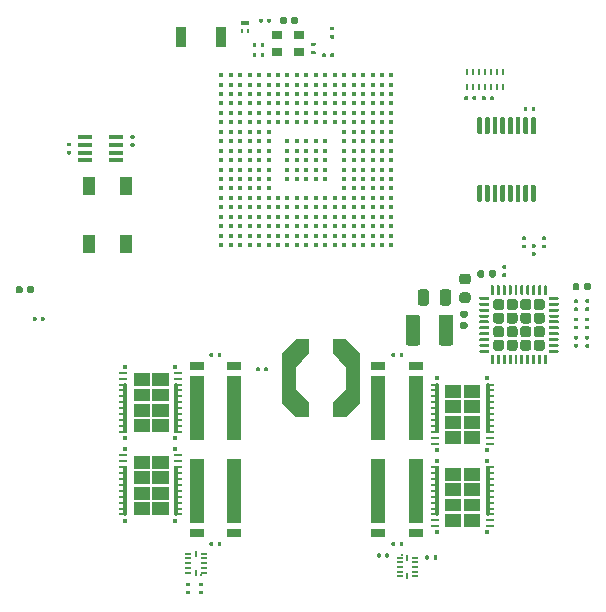
<source format=gtp>
%TF.GenerationSoftware,KiCad,Pcbnew,(5.1.6)-1*%
%TF.CreationDate,2020-11-12T15:53:19+01:00*%
%TF.ProjectId,omodri_laas,6f6d6f64-7269-45f6-9c61-61732e6b6963,1.0*%
%TF.SameCoordinates,Original*%
%TF.FileFunction,Paste,Top*%
%TF.FilePolarity,Positive*%
%FSLAX46Y46*%
G04 Gerber Fmt 4.6, Leading zero omitted, Abs format (unit mm)*
G04 Created by KiCad (PCBNEW (5.1.6)-1) date 2020-11-12 15:53:19*
%MOMM*%
%LPD*%
G01*
G04 APERTURE LIST*
%ADD10C,0.300000*%
%ADD11C,0.100000*%
%ADD12C,0.400000*%
%ADD13R,0.700001X0.249999*%
%ADD14R,0.429999X0.375001*%
%ADD15R,0.200000X0.499999*%
%ADD16R,1.000000X1.500000*%
%ADD17R,1.200000X0.700000*%
%ADD18R,1.200000X5.400000*%
%ADD19R,0.900000X1.700000*%
%ADD20R,1.220000X0.400000*%
%ADD21R,0.250000X0.400000*%
%ADD22R,0.700000X0.400000*%
%ADD23R,0.150000X0.250000*%
%ADD24R,0.200000X0.600000*%
%ADD25R,0.600000X0.200000*%
%ADD26R,0.900000X0.800000*%
G04 APERTURE END LIST*
D10*
%TO.C,Q1*%
X113950000Y-85470000D02*
X113950000Y-81530000D01*
X109650000Y-85470000D02*
X109650000Y-81530000D01*
D11*
G36*
X111650000Y-81550000D02*
G01*
X110400000Y-81550000D01*
X110400000Y-80550000D01*
X111650000Y-80550000D01*
X111650000Y-81550000D01*
G37*
X111650000Y-81550000D02*
X110400000Y-81550000D01*
X110400000Y-80550000D01*
X111650000Y-80550000D01*
X111650000Y-81550000D01*
G36*
X113250000Y-81550000D02*
G01*
X111950000Y-81550000D01*
X111950000Y-80550000D01*
X113250000Y-80550000D01*
X113250000Y-81550000D01*
G37*
X113250000Y-81550000D02*
X111950000Y-81550000D01*
X111950000Y-80550000D01*
X113250000Y-80550000D01*
X113250000Y-81550000D01*
G36*
X111650000Y-82850000D02*
G01*
X110400000Y-82850000D01*
X110400000Y-81850000D01*
X111650000Y-81850000D01*
X111650000Y-82850000D01*
G37*
X111650000Y-82850000D02*
X110400000Y-82850000D01*
X110400000Y-81850000D01*
X111650000Y-81850000D01*
X111650000Y-82850000D01*
G36*
X113250000Y-82850000D02*
G01*
X111950000Y-82850000D01*
X111950000Y-81850000D01*
X113250000Y-81850000D01*
X113250000Y-82850000D01*
G37*
X113250000Y-82850000D02*
X111950000Y-82850000D01*
X111950000Y-81850000D01*
X113250000Y-81850000D01*
X113250000Y-82850000D01*
G36*
X111650000Y-84150000D02*
G01*
X110400000Y-84150000D01*
X110400000Y-83150000D01*
X111650000Y-83150000D01*
X111650000Y-84150000D01*
G37*
X111650000Y-84150000D02*
X110400000Y-84150000D01*
X110400000Y-83150000D01*
X111650000Y-83150000D01*
X111650000Y-84150000D01*
G36*
X113250000Y-84150000D02*
G01*
X111950000Y-84150000D01*
X111950000Y-83150000D01*
X113250000Y-83150000D01*
X113250000Y-84150000D01*
G37*
X113250000Y-84150000D02*
X111950000Y-84150000D01*
X111950000Y-83150000D01*
X113250000Y-83150000D01*
X113250000Y-84150000D01*
G36*
X111650000Y-85450000D02*
G01*
X110400000Y-85450000D01*
X110400000Y-84450000D01*
X111650000Y-84450000D01*
X111650000Y-85450000D01*
G37*
X111650000Y-85450000D02*
X110400000Y-85450000D01*
X110400000Y-84450000D01*
X111650000Y-84450000D01*
X111650000Y-85450000D01*
G36*
X113250000Y-85450000D02*
G01*
X111950000Y-85450000D01*
X111950000Y-84450000D01*
X113250000Y-84450000D01*
X113250000Y-85450000D01*
G37*
X113250000Y-85450000D02*
X111950000Y-85450000D01*
X111950000Y-84450000D01*
X113250000Y-84450000D01*
X113250000Y-85450000D01*
D10*
%TO.C,Q3*%
X113950000Y-92470000D02*
X113950000Y-88530000D01*
X109650000Y-92470000D02*
X109650000Y-88530000D01*
D11*
G36*
X111650000Y-88550000D02*
G01*
X110400000Y-88550000D01*
X110400000Y-87550000D01*
X111650000Y-87550000D01*
X111650000Y-88550000D01*
G37*
X111650000Y-88550000D02*
X110400000Y-88550000D01*
X110400000Y-87550000D01*
X111650000Y-87550000D01*
X111650000Y-88550000D01*
G36*
X113250000Y-88550000D02*
G01*
X111950000Y-88550000D01*
X111950000Y-87550000D01*
X113250000Y-87550000D01*
X113250000Y-88550000D01*
G37*
X113250000Y-88550000D02*
X111950000Y-88550000D01*
X111950000Y-87550000D01*
X113250000Y-87550000D01*
X113250000Y-88550000D01*
G36*
X111650000Y-89850000D02*
G01*
X110400000Y-89850000D01*
X110400000Y-88850000D01*
X111650000Y-88850000D01*
X111650000Y-89850000D01*
G37*
X111650000Y-89850000D02*
X110400000Y-89850000D01*
X110400000Y-88850000D01*
X111650000Y-88850000D01*
X111650000Y-89850000D01*
G36*
X113250000Y-89850000D02*
G01*
X111950000Y-89850000D01*
X111950000Y-88850000D01*
X113250000Y-88850000D01*
X113250000Y-89850000D01*
G37*
X113250000Y-89850000D02*
X111950000Y-89850000D01*
X111950000Y-88850000D01*
X113250000Y-88850000D01*
X113250000Y-89850000D01*
G36*
X111650000Y-91150000D02*
G01*
X110400000Y-91150000D01*
X110400000Y-90150000D01*
X111650000Y-90150000D01*
X111650000Y-91150000D01*
G37*
X111650000Y-91150000D02*
X110400000Y-91150000D01*
X110400000Y-90150000D01*
X111650000Y-90150000D01*
X111650000Y-91150000D01*
G36*
X113250000Y-91150000D02*
G01*
X111950000Y-91150000D01*
X111950000Y-90150000D01*
X113250000Y-90150000D01*
X113250000Y-91150000D01*
G37*
X113250000Y-91150000D02*
X111950000Y-91150000D01*
X111950000Y-90150000D01*
X113250000Y-90150000D01*
X113250000Y-91150000D01*
G36*
X111650000Y-92450000D02*
G01*
X110400000Y-92450000D01*
X110400000Y-91450000D01*
X111650000Y-91450000D01*
X111650000Y-92450000D01*
G37*
X111650000Y-92450000D02*
X110400000Y-92450000D01*
X110400000Y-91450000D01*
X111650000Y-91450000D01*
X111650000Y-92450000D01*
G36*
X113250000Y-92450000D02*
G01*
X111950000Y-92450000D01*
X111950000Y-91450000D01*
X113250000Y-91450000D01*
X113250000Y-92450000D01*
G37*
X113250000Y-92450000D02*
X111950000Y-92450000D01*
X111950000Y-91450000D01*
X113250000Y-91450000D01*
X113250000Y-92450000D01*
D10*
%TO.C,Q4*%
X136050000Y-88529999D02*
X136050000Y-92469999D01*
X140350000Y-88529999D02*
X140350000Y-92469999D01*
D11*
G36*
X138350000Y-92449999D02*
G01*
X139600000Y-92449999D01*
X139600000Y-93449999D01*
X138350000Y-93449999D01*
X138350000Y-92449999D01*
G37*
X138350000Y-92449999D02*
X139600000Y-92449999D01*
X139600000Y-93449999D01*
X138350000Y-93449999D01*
X138350000Y-92449999D01*
G36*
X136750000Y-92449999D02*
G01*
X138050000Y-92449999D01*
X138050000Y-93449999D01*
X136750000Y-93449999D01*
X136750000Y-92449999D01*
G37*
X136750000Y-92449999D02*
X138050000Y-92449999D01*
X138050000Y-93449999D01*
X136750000Y-93449999D01*
X136750000Y-92449999D01*
G36*
X138350000Y-91149999D02*
G01*
X139600000Y-91149999D01*
X139600000Y-92149999D01*
X138350000Y-92149999D01*
X138350000Y-91149999D01*
G37*
X138350000Y-91149999D02*
X139600000Y-91149999D01*
X139600000Y-92149999D01*
X138350000Y-92149999D01*
X138350000Y-91149999D01*
G36*
X136750000Y-91149999D02*
G01*
X138050000Y-91149999D01*
X138050000Y-92149999D01*
X136750000Y-92149999D01*
X136750000Y-91149999D01*
G37*
X136750000Y-91149999D02*
X138050000Y-91149999D01*
X138050000Y-92149999D01*
X136750000Y-92149999D01*
X136750000Y-91149999D01*
G36*
X138350000Y-89849999D02*
G01*
X139600000Y-89849999D01*
X139600000Y-90849999D01*
X138350000Y-90849999D01*
X138350000Y-89849999D01*
G37*
X138350000Y-89849999D02*
X139600000Y-89849999D01*
X139600000Y-90849999D01*
X138350000Y-90849999D01*
X138350000Y-89849999D01*
G36*
X136750000Y-89849999D02*
G01*
X138050000Y-89849999D01*
X138050000Y-90849999D01*
X136750000Y-90849999D01*
X136750000Y-89849999D01*
G37*
X136750000Y-89849999D02*
X138050000Y-89849999D01*
X138050000Y-90849999D01*
X136750000Y-90849999D01*
X136750000Y-89849999D01*
G36*
X138350000Y-88549999D02*
G01*
X139600000Y-88549999D01*
X139600000Y-89549999D01*
X138350000Y-89549999D01*
X138350000Y-88549999D01*
G37*
X138350000Y-88549999D02*
X139600000Y-88549999D01*
X139600000Y-89549999D01*
X138350000Y-89549999D01*
X138350000Y-88549999D01*
G36*
X136750000Y-88549999D02*
G01*
X138050000Y-88549999D01*
X138050000Y-89549999D01*
X136750000Y-89549999D01*
X136750000Y-88549999D01*
G37*
X136750000Y-88549999D02*
X138050000Y-88549999D01*
X138050000Y-89549999D01*
X136750000Y-89549999D01*
X136750000Y-88549999D01*
D10*
%TO.C,Q6*%
X136050000Y-81529999D02*
X136050000Y-85469999D01*
X140350000Y-81529999D02*
X140350000Y-85469999D01*
D11*
G36*
X138350000Y-85449999D02*
G01*
X139600000Y-85449999D01*
X139600000Y-86449999D01*
X138350000Y-86449999D01*
X138350000Y-85449999D01*
G37*
X138350000Y-85449999D02*
X139600000Y-85449999D01*
X139600000Y-86449999D01*
X138350000Y-86449999D01*
X138350000Y-85449999D01*
G36*
X136750000Y-85449999D02*
G01*
X138050000Y-85449999D01*
X138050000Y-86449999D01*
X136750000Y-86449999D01*
X136750000Y-85449999D01*
G37*
X136750000Y-85449999D02*
X138050000Y-85449999D01*
X138050000Y-86449999D01*
X136750000Y-86449999D01*
X136750000Y-85449999D01*
G36*
X138350000Y-84149999D02*
G01*
X139600000Y-84149999D01*
X139600000Y-85149999D01*
X138350000Y-85149999D01*
X138350000Y-84149999D01*
G37*
X138350000Y-84149999D02*
X139600000Y-84149999D01*
X139600000Y-85149999D01*
X138350000Y-85149999D01*
X138350000Y-84149999D01*
G36*
X136750000Y-84149999D02*
G01*
X138050000Y-84149999D01*
X138050000Y-85149999D01*
X136750000Y-85149999D01*
X136750000Y-84149999D01*
G37*
X136750000Y-84149999D02*
X138050000Y-84149999D01*
X138050000Y-85149999D01*
X136750000Y-85149999D01*
X136750000Y-84149999D01*
G36*
X138350000Y-82849999D02*
G01*
X139600000Y-82849999D01*
X139600000Y-83849999D01*
X138350000Y-83849999D01*
X138350000Y-82849999D01*
G37*
X138350000Y-82849999D02*
X139600000Y-82849999D01*
X139600000Y-83849999D01*
X138350000Y-83849999D01*
X138350000Y-82849999D01*
G36*
X136750000Y-82849999D02*
G01*
X138050000Y-82849999D01*
X138050000Y-83849999D01*
X136750000Y-83849999D01*
X136750000Y-82849999D01*
G37*
X136750000Y-82849999D02*
X138050000Y-82849999D01*
X138050000Y-83849999D01*
X136750000Y-83849999D01*
X136750000Y-82849999D01*
G36*
X138350000Y-81549999D02*
G01*
X139600000Y-81549999D01*
X139600000Y-82549999D01*
X138350000Y-82549999D01*
X138350000Y-81549999D01*
G37*
X138350000Y-81549999D02*
X139600000Y-81549999D01*
X139600000Y-82549999D01*
X138350000Y-82549999D01*
X138350000Y-81549999D01*
G36*
X136750000Y-81549999D02*
G01*
X138050000Y-81549999D01*
X138050000Y-82549999D01*
X136750000Y-82549999D01*
X136750000Y-81549999D01*
G37*
X136750000Y-81549999D02*
X138050000Y-81549999D01*
X138050000Y-82549999D01*
X136750000Y-82549999D01*
X136750000Y-81549999D01*
%TD*%
D12*
%TO.C,U1*%
X132200000Y-68100000D03*
X132200000Y-61700000D03*
X132200000Y-62500000D03*
X132200000Y-60100000D03*
X132200000Y-66500000D03*
X132200000Y-69700000D03*
X132200000Y-63300000D03*
X132200000Y-59300000D03*
X132200000Y-55300000D03*
X132200000Y-68900000D03*
X132200000Y-56900000D03*
X132200000Y-64900000D03*
X132200000Y-64100000D03*
X132200000Y-67300000D03*
X132200000Y-57700000D03*
X132200000Y-60900000D03*
X132200000Y-65700000D03*
X132200000Y-56100000D03*
X132200000Y-58500000D03*
X131400000Y-65700000D03*
X131400000Y-56900000D03*
X131400000Y-60100000D03*
X131400000Y-64900000D03*
X131400000Y-55300000D03*
X131400000Y-59300000D03*
X131400000Y-68900000D03*
X131400000Y-64100000D03*
X131400000Y-57700000D03*
X131400000Y-60900000D03*
X131400000Y-66500000D03*
X131400000Y-67300000D03*
X131400000Y-58500000D03*
X131400000Y-62500000D03*
X131400000Y-69700000D03*
X131400000Y-68100000D03*
X131400000Y-61700000D03*
X131400000Y-56100000D03*
X131400000Y-63300000D03*
X130600000Y-64100000D03*
X130600000Y-65700000D03*
X130600000Y-67300000D03*
X130600000Y-57700000D03*
X130600000Y-62500000D03*
X130600000Y-56900000D03*
X130600000Y-60900000D03*
X130600000Y-64900000D03*
X130600000Y-55300000D03*
X130600000Y-69700000D03*
X130600000Y-60100000D03*
X130600000Y-59300000D03*
X130600000Y-68100000D03*
X130600000Y-66500000D03*
X130600000Y-58500000D03*
X130600000Y-61700000D03*
X130600000Y-68900000D03*
X130600000Y-56100000D03*
X130600000Y-63300000D03*
X129800000Y-62500000D03*
X129800000Y-68900000D03*
X129800000Y-57700000D03*
X129800000Y-60900000D03*
X129800000Y-56100000D03*
X129800000Y-56900000D03*
X129800000Y-69700000D03*
X129800000Y-66500000D03*
X129800000Y-68100000D03*
X129800000Y-55300000D03*
X129800000Y-59300000D03*
X129800000Y-63300000D03*
X129800000Y-60100000D03*
X129800000Y-58500000D03*
X129800000Y-64100000D03*
X129800000Y-65700000D03*
X129800000Y-61700000D03*
X129800000Y-67300000D03*
X129800000Y-64900000D03*
X129000000Y-68100000D03*
X129000000Y-68900000D03*
X129000000Y-66500000D03*
X129000000Y-63300000D03*
X129000000Y-56900000D03*
X129000000Y-60100000D03*
X129000000Y-64100000D03*
X129000000Y-57700000D03*
X129000000Y-59300000D03*
X129000000Y-65700000D03*
X129000000Y-55300000D03*
X129000000Y-61700000D03*
X129000000Y-69700000D03*
X129000000Y-67300000D03*
X129000000Y-62500000D03*
X129000000Y-60900000D03*
X129000000Y-64900000D03*
X129000000Y-56100000D03*
X129000000Y-58500000D03*
X128200000Y-69700000D03*
X128200000Y-55300000D03*
X128200000Y-57700000D03*
X128200000Y-67300000D03*
X128200000Y-56900000D03*
X128200000Y-62500000D03*
X128200000Y-68900000D03*
X128200000Y-60100000D03*
X128200000Y-59300000D03*
X128200000Y-64100000D03*
X128200000Y-65700000D03*
X128200000Y-61700000D03*
X128200000Y-64900000D03*
X128200000Y-66500000D03*
X128200000Y-63300000D03*
X128200000Y-56100000D03*
X128200000Y-58500000D03*
X128200000Y-60900000D03*
X128200000Y-68100000D03*
X127400000Y-65700000D03*
X127400000Y-56100000D03*
X127400000Y-66500000D03*
X127400000Y-67300000D03*
X127400000Y-56900000D03*
X127400000Y-55300000D03*
X127400000Y-68100000D03*
X127400000Y-57700000D03*
X127400000Y-68900000D03*
X127400000Y-59300000D03*
X127400000Y-69700000D03*
X127400000Y-58500000D03*
X126600000Y-55300000D03*
X126600000Y-66500000D03*
X126600000Y-65700000D03*
X126600000Y-56100000D03*
X126600000Y-57700000D03*
X126600000Y-68100000D03*
X126600000Y-67300000D03*
X126600000Y-56900000D03*
X126600000Y-68900000D03*
X126600000Y-59300000D03*
X126600000Y-69700000D03*
X126600000Y-58500000D03*
X125000000Y-56100000D03*
X125800000Y-60900000D03*
X125000000Y-68100000D03*
X125000000Y-67300000D03*
X125000000Y-66500000D03*
X125800000Y-64100000D03*
X125000000Y-56900000D03*
X125000000Y-55300000D03*
X125000000Y-57700000D03*
X125000000Y-65700000D03*
X125800000Y-62500000D03*
X125000000Y-59300000D03*
X125000000Y-69700000D03*
X125800000Y-63300000D03*
X125000000Y-68900000D03*
X125000000Y-58500000D03*
X125800000Y-61700000D03*
X125800000Y-56100000D03*
X125800000Y-68900000D03*
X126600000Y-63300000D03*
X125800000Y-69700000D03*
X125800000Y-55300000D03*
X125800000Y-66500000D03*
X125800000Y-67300000D03*
X125800000Y-59300000D03*
X126600000Y-64100000D03*
X125800000Y-68100000D03*
X125800000Y-58500000D03*
X126600000Y-60900000D03*
X126600000Y-61700000D03*
X125800000Y-57700000D03*
X125800000Y-65700000D03*
X126600000Y-62500000D03*
X125800000Y-56900000D03*
X124200000Y-68900000D03*
X124200000Y-58500000D03*
X124200000Y-59300000D03*
X124200000Y-55300000D03*
X124200000Y-68100000D03*
X125000000Y-63300000D03*
X125000000Y-60900000D03*
X124200000Y-56100000D03*
X125000000Y-62500000D03*
X125000000Y-64100000D03*
X124200000Y-65700000D03*
X124200000Y-66500000D03*
X124200000Y-69700000D03*
X124200000Y-57700000D03*
X125000000Y-61700000D03*
X124200000Y-67300000D03*
X124200000Y-56900000D03*
X124200000Y-60900000D03*
X123400000Y-65700000D03*
X123400000Y-58500000D03*
X123400000Y-56100000D03*
X123400000Y-66500000D03*
X124200000Y-63300000D03*
X124200000Y-64100000D03*
X123400000Y-59300000D03*
X123400000Y-55300000D03*
X123400000Y-69700000D03*
X123400000Y-68100000D03*
X123400000Y-68900000D03*
X124200000Y-62500000D03*
X123400000Y-57700000D03*
X124200000Y-61700000D03*
X123400000Y-56900000D03*
X123400000Y-67300000D03*
X123400000Y-60900000D03*
X122600000Y-58500000D03*
X122600000Y-55300000D03*
X122600000Y-59300000D03*
X123400000Y-64100000D03*
X122600000Y-56100000D03*
X122600000Y-65700000D03*
X122600000Y-66500000D03*
X123400000Y-63300000D03*
X123400000Y-62500000D03*
X122600000Y-57700000D03*
X123400000Y-61700000D03*
X122600000Y-56900000D03*
X122600000Y-69700000D03*
X122600000Y-68100000D03*
X122600000Y-68900000D03*
X122600000Y-67300000D03*
X121800000Y-56100000D03*
X121800000Y-56900000D03*
X121800000Y-57700000D03*
X121800000Y-58500000D03*
X121800000Y-59300000D03*
X121800000Y-60100000D03*
X121800000Y-60900000D03*
X121800000Y-61700000D03*
X121800000Y-62500000D03*
X121800000Y-63300000D03*
X121800000Y-55300000D03*
X121800000Y-64100000D03*
X121800000Y-64900000D03*
X121800000Y-65700000D03*
X121800000Y-66500000D03*
X121000000Y-56100000D03*
X121000000Y-55300000D03*
X121000000Y-57700000D03*
X121000000Y-56900000D03*
X121000000Y-64900000D03*
X121000000Y-64100000D03*
X121000000Y-62500000D03*
X121000000Y-63300000D03*
X121000000Y-61700000D03*
X121000000Y-60900000D03*
X121000000Y-60100000D03*
X121000000Y-59300000D03*
X121000000Y-58500000D03*
X121800000Y-68100000D03*
X121000000Y-65700000D03*
X120200000Y-69700000D03*
X121800000Y-68900000D03*
X121800000Y-69700000D03*
X120200000Y-65700000D03*
X120200000Y-64900000D03*
X120200000Y-63300000D03*
X120200000Y-62500000D03*
X120200000Y-61700000D03*
X120200000Y-60900000D03*
X120200000Y-59300000D03*
X120200000Y-58500000D03*
X120200000Y-57700000D03*
X121000000Y-69700000D03*
X121000000Y-68900000D03*
X120200000Y-56100000D03*
X120200000Y-55300000D03*
X121000000Y-68100000D03*
X120200000Y-64100000D03*
X120200000Y-56900000D03*
X120200000Y-68900000D03*
X120200000Y-67300000D03*
X121000000Y-67300000D03*
X120200000Y-68100000D03*
X120200000Y-60100000D03*
X120200000Y-66500000D03*
X121000000Y-66500000D03*
X121800000Y-67300000D03*
X119400000Y-55300000D03*
X119400000Y-56100000D03*
X119400000Y-56900000D03*
X119400000Y-57700000D03*
X119400000Y-58500000D03*
X119400000Y-59300000D03*
X119400000Y-60100000D03*
X119400000Y-60900000D03*
X119400000Y-61700000D03*
X119400000Y-62500000D03*
X119400000Y-63300000D03*
X119400000Y-64100000D03*
X119400000Y-64900000D03*
X119400000Y-65700000D03*
X119400000Y-66500000D03*
X119400000Y-67300000D03*
X119400000Y-68100000D03*
X119400000Y-68900000D03*
X119400000Y-69700000D03*
X117800000Y-69700000D03*
X117800000Y-68900000D03*
X117800000Y-68100000D03*
X117800000Y-67300000D03*
X117800000Y-66500000D03*
X117800000Y-65700000D03*
X117800000Y-64900000D03*
X117800000Y-64100000D03*
X117800000Y-63300000D03*
X117800000Y-62500000D03*
X117800000Y-61700000D03*
X117800000Y-60900000D03*
X117800000Y-60100000D03*
X117800000Y-59300000D03*
X117800000Y-58500000D03*
X117800000Y-57700000D03*
X117800000Y-56900000D03*
X117800000Y-56100000D03*
X117800000Y-55300000D03*
X118600000Y-69700000D03*
X118600000Y-68900000D03*
X118600000Y-68100000D03*
X118600000Y-67300000D03*
X118600000Y-66500000D03*
X118600000Y-65700000D03*
X118600000Y-64900000D03*
X118600000Y-64100000D03*
X118600000Y-63300000D03*
X118600000Y-62500000D03*
X118600000Y-61700000D03*
X118600000Y-60900000D03*
X118600000Y-60100000D03*
X118600000Y-59300000D03*
X118600000Y-58500000D03*
X118600000Y-57700000D03*
X118600000Y-56900000D03*
X118600000Y-56100000D03*
X118600000Y-55300000D03*
%TD*%
D11*
%TO.C,L1*%
G36*
X127250000Y-83062500D02*
G01*
X128375000Y-81862500D01*
X128375000Y-80062500D01*
X127250000Y-78862500D01*
X127250000Y-77662500D01*
X128375000Y-77662500D01*
X129550000Y-78837500D01*
X129550000Y-83087500D01*
X128375000Y-84262500D01*
X127250000Y-84262500D01*
X127250000Y-83062500D01*
G37*
G36*
X125250000Y-78862500D02*
G01*
X124125000Y-80062500D01*
X124125000Y-81862500D01*
X125250000Y-83062500D01*
X125250000Y-84262500D01*
X124125000Y-84262500D01*
X122950000Y-83087500D01*
X122950000Y-78837500D01*
X124125000Y-77662500D01*
X125250000Y-77662500D01*
X125250000Y-78862500D01*
G37*
%TD*%
D13*
%TO.C,Q1*%
X109450000Y-80500000D03*
X109450000Y-80999999D03*
X109450000Y-81500000D03*
X109450000Y-81999999D03*
X109450000Y-82500001D03*
X109450000Y-83000000D03*
X109450000Y-83499999D03*
X109450000Y-84000001D03*
X109450000Y-84500000D03*
X109450000Y-85000001D03*
X109450000Y-85500000D03*
X114150000Y-85500000D03*
X114150000Y-85000001D03*
X114150000Y-84500000D03*
X114150000Y-84000001D03*
X114150000Y-83499999D03*
X114150000Y-83000000D03*
X114150000Y-82500001D03*
X114150000Y-81999999D03*
X114150000Y-81500000D03*
X114150000Y-80999999D03*
X114150000Y-80500000D03*
D14*
X109685000Y-79987001D03*
X109685000Y-86012999D03*
X113915000Y-86012999D03*
X113915000Y-79987001D03*
%TD*%
D13*
%TO.C,Q3*%
X109450000Y-87500000D03*
X109450000Y-87999999D03*
X109450000Y-88500000D03*
X109450000Y-88999999D03*
X109450000Y-89500001D03*
X109450000Y-90000000D03*
X109450000Y-90499999D03*
X109450000Y-91000001D03*
X109450000Y-91500000D03*
X109450000Y-92000001D03*
X109450000Y-92500000D03*
X114150000Y-92500000D03*
X114150000Y-92000001D03*
X114150000Y-91500000D03*
X114150000Y-91000001D03*
X114150000Y-90499999D03*
X114150000Y-90000000D03*
X114150000Y-89500001D03*
X114150000Y-88999999D03*
X114150000Y-88500000D03*
X114150000Y-87999999D03*
X114150000Y-87500000D03*
D14*
X109685000Y-86987001D03*
X109685000Y-93012999D03*
X113915000Y-93012999D03*
X113915000Y-86987001D03*
%TD*%
D13*
%TO.C,Q4*%
X140550000Y-93499999D03*
X140550000Y-93000000D03*
X140550000Y-92499999D03*
X140550000Y-92000000D03*
X140550000Y-91499998D03*
X140550000Y-90999999D03*
X140550000Y-90500000D03*
X140550000Y-89999998D03*
X140550000Y-89499999D03*
X140550000Y-88999998D03*
X140550000Y-88499999D03*
X135850000Y-88499999D03*
X135850000Y-88999998D03*
X135850000Y-89499999D03*
X135850000Y-89999998D03*
X135850000Y-90500000D03*
X135850000Y-90999999D03*
X135850000Y-91499998D03*
X135850000Y-92000000D03*
X135850000Y-92499999D03*
X135850000Y-93000000D03*
X135850000Y-93499999D03*
D14*
X140315000Y-94012998D03*
X140315000Y-87987000D03*
X136085000Y-87987000D03*
X136085000Y-94012998D03*
%TD*%
D13*
%TO.C,Q6*%
X140550000Y-86499999D03*
X140550000Y-86000000D03*
X140550000Y-85499999D03*
X140550000Y-85000000D03*
X140550000Y-84499998D03*
X140550000Y-83999999D03*
X140550000Y-83500000D03*
X140550000Y-82999998D03*
X140550000Y-82499999D03*
X140550000Y-81999998D03*
X140550000Y-81499999D03*
X135850000Y-81499999D03*
X135850000Y-81999998D03*
X135850000Y-82499999D03*
X135850000Y-82999998D03*
X135850000Y-83500000D03*
X135850000Y-83999999D03*
X135850000Y-84499998D03*
X135850000Y-85000000D03*
X135850000Y-85499999D03*
X135850000Y-86000000D03*
X135850000Y-86499999D03*
D14*
X140315000Y-87012998D03*
X140315000Y-80987000D03*
X136085000Y-80987000D03*
X136085000Y-87012998D03*
%TD*%
D15*
%TO.C,U9*%
X141624999Y-55075000D03*
X141125000Y-55075000D03*
X140624998Y-55075000D03*
X140124999Y-55075000D03*
X139624997Y-55075000D03*
X139124998Y-55075000D03*
X138624999Y-55075000D03*
X138624999Y-56325000D03*
X139124998Y-56325000D03*
X139624997Y-56325000D03*
X140124999Y-56325000D03*
X140624998Y-56325000D03*
X141125000Y-56325000D03*
X141624999Y-56325000D03*
%TD*%
%TO.C,U10*%
G36*
G01*
X144125000Y-64575000D02*
X144325000Y-64575000D01*
G75*
G02*
X144425000Y-64675000I0J-100000D01*
G01*
X144425000Y-65950000D01*
G75*
G02*
X144325000Y-66050000I-100000J0D01*
G01*
X144125000Y-66050000D01*
G75*
G02*
X144025000Y-65950000I0J100000D01*
G01*
X144025000Y-64675000D01*
G75*
G02*
X144125000Y-64575000I100000J0D01*
G01*
G37*
G36*
G01*
X143475000Y-64575000D02*
X143675000Y-64575000D01*
G75*
G02*
X143775000Y-64675000I0J-100000D01*
G01*
X143775000Y-65950000D01*
G75*
G02*
X143675000Y-66050000I-100000J0D01*
G01*
X143475000Y-66050000D01*
G75*
G02*
X143375000Y-65950000I0J100000D01*
G01*
X143375000Y-64675000D01*
G75*
G02*
X143475000Y-64575000I100000J0D01*
G01*
G37*
G36*
G01*
X142825000Y-64575000D02*
X143025000Y-64575000D01*
G75*
G02*
X143125000Y-64675000I0J-100000D01*
G01*
X143125000Y-65950000D01*
G75*
G02*
X143025000Y-66050000I-100000J0D01*
G01*
X142825000Y-66050000D01*
G75*
G02*
X142725000Y-65950000I0J100000D01*
G01*
X142725000Y-64675000D01*
G75*
G02*
X142825000Y-64575000I100000J0D01*
G01*
G37*
G36*
G01*
X142175000Y-64575000D02*
X142375000Y-64575000D01*
G75*
G02*
X142475000Y-64675000I0J-100000D01*
G01*
X142475000Y-65950000D01*
G75*
G02*
X142375000Y-66050000I-100000J0D01*
G01*
X142175000Y-66050000D01*
G75*
G02*
X142075000Y-65950000I0J100000D01*
G01*
X142075000Y-64675000D01*
G75*
G02*
X142175000Y-64575000I100000J0D01*
G01*
G37*
G36*
G01*
X141525000Y-64575000D02*
X141725000Y-64575000D01*
G75*
G02*
X141825000Y-64675000I0J-100000D01*
G01*
X141825000Y-65950000D01*
G75*
G02*
X141725000Y-66050000I-100000J0D01*
G01*
X141525000Y-66050000D01*
G75*
G02*
X141425000Y-65950000I0J100000D01*
G01*
X141425000Y-64675000D01*
G75*
G02*
X141525000Y-64575000I100000J0D01*
G01*
G37*
G36*
G01*
X140875000Y-64575000D02*
X141075000Y-64575000D01*
G75*
G02*
X141175000Y-64675000I0J-100000D01*
G01*
X141175000Y-65950000D01*
G75*
G02*
X141075000Y-66050000I-100000J0D01*
G01*
X140875000Y-66050000D01*
G75*
G02*
X140775000Y-65950000I0J100000D01*
G01*
X140775000Y-64675000D01*
G75*
G02*
X140875000Y-64575000I100000J0D01*
G01*
G37*
G36*
G01*
X140225000Y-64575000D02*
X140425000Y-64575000D01*
G75*
G02*
X140525000Y-64675000I0J-100000D01*
G01*
X140525000Y-65950000D01*
G75*
G02*
X140425000Y-66050000I-100000J0D01*
G01*
X140225000Y-66050000D01*
G75*
G02*
X140125000Y-65950000I0J100000D01*
G01*
X140125000Y-64675000D01*
G75*
G02*
X140225000Y-64575000I100000J0D01*
G01*
G37*
G36*
G01*
X139575000Y-64575000D02*
X139775000Y-64575000D01*
G75*
G02*
X139875000Y-64675000I0J-100000D01*
G01*
X139875000Y-65950000D01*
G75*
G02*
X139775000Y-66050000I-100000J0D01*
G01*
X139575000Y-66050000D01*
G75*
G02*
X139475000Y-65950000I0J100000D01*
G01*
X139475000Y-64675000D01*
G75*
G02*
X139575000Y-64575000I100000J0D01*
G01*
G37*
G36*
G01*
X139575000Y-58850000D02*
X139775000Y-58850000D01*
G75*
G02*
X139875000Y-58950000I0J-100000D01*
G01*
X139875000Y-60225000D01*
G75*
G02*
X139775000Y-60325000I-100000J0D01*
G01*
X139575000Y-60325000D01*
G75*
G02*
X139475000Y-60225000I0J100000D01*
G01*
X139475000Y-58950000D01*
G75*
G02*
X139575000Y-58850000I100000J0D01*
G01*
G37*
G36*
G01*
X140225000Y-58850000D02*
X140425000Y-58850000D01*
G75*
G02*
X140525000Y-58950000I0J-100000D01*
G01*
X140525000Y-60225000D01*
G75*
G02*
X140425000Y-60325000I-100000J0D01*
G01*
X140225000Y-60325000D01*
G75*
G02*
X140125000Y-60225000I0J100000D01*
G01*
X140125000Y-58950000D01*
G75*
G02*
X140225000Y-58850000I100000J0D01*
G01*
G37*
G36*
G01*
X140875000Y-58850000D02*
X141075000Y-58850000D01*
G75*
G02*
X141175000Y-58950000I0J-100000D01*
G01*
X141175000Y-60225000D01*
G75*
G02*
X141075000Y-60325000I-100000J0D01*
G01*
X140875000Y-60325000D01*
G75*
G02*
X140775000Y-60225000I0J100000D01*
G01*
X140775000Y-58950000D01*
G75*
G02*
X140875000Y-58850000I100000J0D01*
G01*
G37*
G36*
G01*
X141525000Y-58850000D02*
X141725000Y-58850000D01*
G75*
G02*
X141825000Y-58950000I0J-100000D01*
G01*
X141825000Y-60225000D01*
G75*
G02*
X141725000Y-60325000I-100000J0D01*
G01*
X141525000Y-60325000D01*
G75*
G02*
X141425000Y-60225000I0J100000D01*
G01*
X141425000Y-58950000D01*
G75*
G02*
X141525000Y-58850000I100000J0D01*
G01*
G37*
G36*
G01*
X142175000Y-58850000D02*
X142375000Y-58850000D01*
G75*
G02*
X142475000Y-58950000I0J-100000D01*
G01*
X142475000Y-60225000D01*
G75*
G02*
X142375000Y-60325000I-100000J0D01*
G01*
X142175000Y-60325000D01*
G75*
G02*
X142075000Y-60225000I0J100000D01*
G01*
X142075000Y-58950000D01*
G75*
G02*
X142175000Y-58850000I100000J0D01*
G01*
G37*
G36*
G01*
X142825000Y-58850000D02*
X143025000Y-58850000D01*
G75*
G02*
X143125000Y-58950000I0J-100000D01*
G01*
X143125000Y-60225000D01*
G75*
G02*
X143025000Y-60325000I-100000J0D01*
G01*
X142825000Y-60325000D01*
G75*
G02*
X142725000Y-60225000I0J100000D01*
G01*
X142725000Y-58950000D01*
G75*
G02*
X142825000Y-58850000I100000J0D01*
G01*
G37*
G36*
G01*
X143475000Y-58850000D02*
X143675000Y-58850000D01*
G75*
G02*
X143775000Y-58950000I0J-100000D01*
G01*
X143775000Y-60225000D01*
G75*
G02*
X143675000Y-60325000I-100000J0D01*
G01*
X143475000Y-60325000D01*
G75*
G02*
X143375000Y-60225000I0J100000D01*
G01*
X143375000Y-58950000D01*
G75*
G02*
X143475000Y-58850000I100000J0D01*
G01*
G37*
G36*
G01*
X144125000Y-58850000D02*
X144325000Y-58850000D01*
G75*
G02*
X144425000Y-58950000I0J-100000D01*
G01*
X144425000Y-60225000D01*
G75*
G02*
X144325000Y-60325000I-100000J0D01*
G01*
X144125000Y-60325000D01*
G75*
G02*
X144025000Y-60225000I0J100000D01*
G01*
X144025000Y-58950000D01*
G75*
G02*
X144125000Y-58850000I100000J0D01*
G01*
G37*
%TD*%
%TO.C,C92*%
G36*
G01*
X135387500Y-73668750D02*
X135387500Y-74581250D01*
G75*
G02*
X135143750Y-74825000I-243750J0D01*
G01*
X134656250Y-74825000D01*
G75*
G02*
X134412500Y-74581250I0J243750D01*
G01*
X134412500Y-73668750D01*
G75*
G02*
X134656250Y-73425000I243750J0D01*
G01*
X135143750Y-73425000D01*
G75*
G02*
X135387500Y-73668750I0J-243750D01*
G01*
G37*
G36*
G01*
X137262500Y-73668750D02*
X137262500Y-74581250D01*
G75*
G02*
X137018750Y-74825000I-243750J0D01*
G01*
X136531250Y-74825000D01*
G75*
G02*
X136287500Y-74581250I0J243750D01*
G01*
X136287500Y-73668750D01*
G75*
G02*
X136531250Y-73425000I243750J0D01*
G01*
X137018750Y-73425000D01*
G75*
G02*
X137262500Y-73668750I0J-243750D01*
G01*
G37*
%TD*%
%TO.C,R54*%
G36*
G01*
X147729500Y-76516000D02*
X147930500Y-76516000D01*
G75*
G02*
X148010000Y-76595500I0J-79500D01*
G01*
X148010000Y-76754500D01*
G75*
G02*
X147930500Y-76834000I-79500J0D01*
G01*
X147729500Y-76834000D01*
G75*
G02*
X147650000Y-76754500I0J79500D01*
G01*
X147650000Y-76595500D01*
G75*
G02*
X147729500Y-76516000I79500J0D01*
G01*
G37*
G36*
G01*
X147729500Y-75826000D02*
X147930500Y-75826000D01*
G75*
G02*
X148010000Y-75905500I0J-79500D01*
G01*
X148010000Y-76064500D01*
G75*
G02*
X147930500Y-76144000I-79500J0D01*
G01*
X147729500Y-76144000D01*
G75*
G02*
X147650000Y-76064500I0J79500D01*
G01*
X147650000Y-75905500D01*
G75*
G02*
X147729500Y-75826000I79500J0D01*
G01*
G37*
%TD*%
%TO.C,R55*%
G36*
G01*
X147729500Y-74966000D02*
X147930500Y-74966000D01*
G75*
G02*
X148010000Y-75045500I0J-79500D01*
G01*
X148010000Y-75204500D01*
G75*
G02*
X147930500Y-75284000I-79500J0D01*
G01*
X147729500Y-75284000D01*
G75*
G02*
X147650000Y-75204500I0J79500D01*
G01*
X147650000Y-75045500D01*
G75*
G02*
X147729500Y-74966000I79500J0D01*
G01*
G37*
G36*
G01*
X147729500Y-74276000D02*
X147930500Y-74276000D01*
G75*
G02*
X148010000Y-74355500I0J-79500D01*
G01*
X148010000Y-74514500D01*
G75*
G02*
X147930500Y-74594000I-79500J0D01*
G01*
X147729500Y-74594000D01*
G75*
G02*
X147650000Y-74514500I0J79500D01*
G01*
X147650000Y-74355500D01*
G75*
G02*
X147729500Y-74276000I79500J0D01*
G01*
G37*
%TD*%
%TO.C,R51*%
G36*
G01*
X147729500Y-78066000D02*
X147930500Y-78066000D01*
G75*
G02*
X148010000Y-78145500I0J-79500D01*
G01*
X148010000Y-78304500D01*
G75*
G02*
X147930500Y-78384000I-79500J0D01*
G01*
X147729500Y-78384000D01*
G75*
G02*
X147650000Y-78304500I0J79500D01*
G01*
X147650000Y-78145500D01*
G75*
G02*
X147729500Y-78066000I79500J0D01*
G01*
G37*
G36*
G01*
X147729500Y-77376000D02*
X147930500Y-77376000D01*
G75*
G02*
X148010000Y-77455500I0J-79500D01*
G01*
X148010000Y-77614500D01*
G75*
G02*
X147930500Y-77694000I-79500J0D01*
G01*
X147729500Y-77694000D01*
G75*
G02*
X147650000Y-77614500I0J79500D01*
G01*
X147650000Y-77455500D01*
G75*
G02*
X147729500Y-77376000I79500J0D01*
G01*
G37*
%TD*%
%TO.C,C101*%
G36*
G01*
X148679500Y-74966000D02*
X148880500Y-74966000D01*
G75*
G02*
X148960000Y-75045500I0J-79500D01*
G01*
X148960000Y-75204500D01*
G75*
G02*
X148880500Y-75284000I-79500J0D01*
G01*
X148679500Y-75284000D01*
G75*
G02*
X148600000Y-75204500I0J79500D01*
G01*
X148600000Y-75045500D01*
G75*
G02*
X148679500Y-74966000I79500J0D01*
G01*
G37*
G36*
G01*
X148679500Y-74276000D02*
X148880500Y-74276000D01*
G75*
G02*
X148960000Y-74355500I0J-79500D01*
G01*
X148960000Y-74514500D01*
G75*
G02*
X148880500Y-74594000I-79500J0D01*
G01*
X148679500Y-74594000D01*
G75*
G02*
X148600000Y-74514500I0J79500D01*
G01*
X148600000Y-74355500D01*
G75*
G02*
X148679500Y-74276000I79500J0D01*
G01*
G37*
%TD*%
%TO.C,C99*%
G36*
G01*
X148679500Y-78066000D02*
X148880500Y-78066000D01*
G75*
G02*
X148960000Y-78145500I0J-79500D01*
G01*
X148960000Y-78304500D01*
G75*
G02*
X148880500Y-78384000I-79500J0D01*
G01*
X148679500Y-78384000D01*
G75*
G02*
X148600000Y-78304500I0J79500D01*
G01*
X148600000Y-78145500D01*
G75*
G02*
X148679500Y-78066000I79500J0D01*
G01*
G37*
G36*
G01*
X148679500Y-77376000D02*
X148880500Y-77376000D01*
G75*
G02*
X148960000Y-77455500I0J-79500D01*
G01*
X148960000Y-77614500D01*
G75*
G02*
X148880500Y-77694000I-79500J0D01*
G01*
X148679500Y-77694000D01*
G75*
G02*
X148600000Y-77614500I0J79500D01*
G01*
X148600000Y-77455500D01*
G75*
G02*
X148679500Y-77376000I79500J0D01*
G01*
G37*
%TD*%
%TO.C,C100*%
G36*
G01*
X148679500Y-76521000D02*
X148880500Y-76521000D01*
G75*
G02*
X148960000Y-76600500I0J-79500D01*
G01*
X148960000Y-76759500D01*
G75*
G02*
X148880500Y-76839000I-79500J0D01*
G01*
X148679500Y-76839000D01*
G75*
G02*
X148600000Y-76759500I0J79500D01*
G01*
X148600000Y-76600500D01*
G75*
G02*
X148679500Y-76521000I79500J0D01*
G01*
G37*
G36*
G01*
X148679500Y-75831000D02*
X148880500Y-75831000D01*
G75*
G02*
X148960000Y-75910500I0J-79500D01*
G01*
X148960000Y-76069500D01*
G75*
G02*
X148880500Y-76149000I-79500J0D01*
G01*
X148679500Y-76149000D01*
G75*
G02*
X148600000Y-76069500I0J79500D01*
G01*
X148600000Y-75910500D01*
G75*
G02*
X148679500Y-75831000I79500J0D01*
G01*
G37*
%TD*%
%TO.C,C94*%
G36*
G01*
X141850500Y-71709000D02*
X141649500Y-71709000D01*
G75*
G02*
X141570000Y-71629500I0J79500D01*
G01*
X141570000Y-71470500D01*
G75*
G02*
X141649500Y-71391000I79500J0D01*
G01*
X141850500Y-71391000D01*
G75*
G02*
X141930000Y-71470500I0J-79500D01*
G01*
X141930000Y-71629500D01*
G75*
G02*
X141850500Y-71709000I-79500J0D01*
G01*
G37*
G36*
G01*
X141850500Y-72399000D02*
X141649500Y-72399000D01*
G75*
G02*
X141570000Y-72319500I0J79500D01*
G01*
X141570000Y-72160500D01*
G75*
G02*
X141649500Y-72081000I79500J0D01*
G01*
X141850500Y-72081000D01*
G75*
G02*
X141930000Y-72160500I0J-79500D01*
G01*
X141930000Y-72319500D01*
G75*
G02*
X141850500Y-72399000I-79500J0D01*
G01*
G37*
%TD*%
%TO.C,C2*%
G36*
G01*
X144159500Y-70296000D02*
X144360500Y-70296000D01*
G75*
G02*
X144440000Y-70375500I0J-79500D01*
G01*
X144440000Y-70534500D01*
G75*
G02*
X144360500Y-70614000I-79500J0D01*
G01*
X144159500Y-70614000D01*
G75*
G02*
X144080000Y-70534500I0J79500D01*
G01*
X144080000Y-70375500D01*
G75*
G02*
X144159500Y-70296000I79500J0D01*
G01*
G37*
G36*
G01*
X144159500Y-69606000D02*
X144360500Y-69606000D01*
G75*
G02*
X144440000Y-69685500I0J-79500D01*
G01*
X144440000Y-69844500D01*
G75*
G02*
X144360500Y-69924000I-79500J0D01*
G01*
X144159500Y-69924000D01*
G75*
G02*
X144080000Y-69844500I0J79500D01*
G01*
X144080000Y-69685500D01*
G75*
G02*
X144159500Y-69606000I79500J0D01*
G01*
G37*
%TD*%
%TO.C,C61*%
G36*
G01*
X115974500Y-98956000D02*
X116175500Y-98956000D01*
G75*
G02*
X116255000Y-99035500I0J-79500D01*
G01*
X116255000Y-99194500D01*
G75*
G02*
X116175500Y-99274000I-79500J0D01*
G01*
X115974500Y-99274000D01*
G75*
G02*
X115895000Y-99194500I0J79500D01*
G01*
X115895000Y-99035500D01*
G75*
G02*
X115974500Y-98956000I79500J0D01*
G01*
G37*
G36*
G01*
X115974500Y-98266000D02*
X116175500Y-98266000D01*
G75*
G02*
X116255000Y-98345500I0J-79500D01*
G01*
X116255000Y-98504500D01*
G75*
G02*
X116175500Y-98584000I-79500J0D01*
G01*
X115974500Y-98584000D01*
G75*
G02*
X115895000Y-98504500I0J79500D01*
G01*
X115895000Y-98345500D01*
G75*
G02*
X115974500Y-98266000I79500J0D01*
G01*
G37*
%TD*%
%TO.C,C62*%
G36*
G01*
X114899500Y-98956000D02*
X115100500Y-98956000D01*
G75*
G02*
X115180000Y-99035500I0J-79500D01*
G01*
X115180000Y-99194500D01*
G75*
G02*
X115100500Y-99274000I-79500J0D01*
G01*
X114899500Y-99274000D01*
G75*
G02*
X114820000Y-99194500I0J79500D01*
G01*
X114820000Y-99035500D01*
G75*
G02*
X114899500Y-98956000I79500J0D01*
G01*
G37*
G36*
G01*
X114899500Y-98266000D02*
X115100500Y-98266000D01*
G75*
G02*
X115180000Y-98345500I0J-79500D01*
G01*
X115180000Y-98504500D01*
G75*
G02*
X115100500Y-98584000I-79500J0D01*
G01*
X114899500Y-98584000D01*
G75*
G02*
X114820000Y-98504500I0J79500D01*
G01*
X114820000Y-98345500D01*
G75*
G02*
X114899500Y-98266000I79500J0D01*
G01*
G37*
%TD*%
%TO.C,C67*%
G36*
G01*
X110390500Y-60689000D02*
X110189500Y-60689000D01*
G75*
G02*
X110110000Y-60609500I0J79500D01*
G01*
X110110000Y-60450500D01*
G75*
G02*
X110189500Y-60371000I79500J0D01*
G01*
X110390500Y-60371000D01*
G75*
G02*
X110470000Y-60450500I0J-79500D01*
G01*
X110470000Y-60609500D01*
G75*
G02*
X110390500Y-60689000I-79500J0D01*
G01*
G37*
G36*
G01*
X110390500Y-61379000D02*
X110189500Y-61379000D01*
G75*
G02*
X110110000Y-61299500I0J79500D01*
G01*
X110110000Y-61140500D01*
G75*
G02*
X110189500Y-61061000I79500J0D01*
G01*
X110390500Y-61061000D01*
G75*
G02*
X110470000Y-61140500I0J-79500D01*
G01*
X110470000Y-61299500D01*
G75*
G02*
X110390500Y-61379000I-79500J0D01*
G01*
G37*
%TD*%
%TO.C,C69*%
G36*
G01*
X125700500Y-52859000D02*
X125499500Y-52859000D01*
G75*
G02*
X125420000Y-52779500I0J79500D01*
G01*
X125420000Y-52620500D01*
G75*
G02*
X125499500Y-52541000I79500J0D01*
G01*
X125700500Y-52541000D01*
G75*
G02*
X125780000Y-52620500I0J-79500D01*
G01*
X125780000Y-52779500D01*
G75*
G02*
X125700500Y-52859000I-79500J0D01*
G01*
G37*
G36*
G01*
X125700500Y-53549000D02*
X125499500Y-53549000D01*
G75*
G02*
X125420000Y-53469500I0J79500D01*
G01*
X125420000Y-53310500D01*
G75*
G02*
X125499500Y-53231000I79500J0D01*
G01*
X125700500Y-53231000D01*
G75*
G02*
X125780000Y-53310500I0J-79500D01*
G01*
X125780000Y-53469500D01*
G75*
G02*
X125700500Y-53549000I-79500J0D01*
G01*
G37*
%TD*%
%TO.C,C71*%
G36*
G01*
X121136000Y-53690500D02*
X121136000Y-53489500D01*
G75*
G02*
X121215500Y-53410000I79500J0D01*
G01*
X121374500Y-53410000D01*
G75*
G02*
X121454000Y-53489500I0J-79500D01*
G01*
X121454000Y-53690500D01*
G75*
G02*
X121374500Y-53770000I-79500J0D01*
G01*
X121215500Y-53770000D01*
G75*
G02*
X121136000Y-53690500I0J79500D01*
G01*
G37*
G36*
G01*
X120446000Y-53690500D02*
X120446000Y-53489500D01*
G75*
G02*
X120525500Y-53410000I79500J0D01*
G01*
X120684500Y-53410000D01*
G75*
G02*
X120764000Y-53489500I0J-79500D01*
G01*
X120764000Y-53690500D01*
G75*
G02*
X120684500Y-53770000I-79500J0D01*
G01*
X120525500Y-53770000D01*
G75*
G02*
X120446000Y-53690500I0J79500D01*
G01*
G37*
%TD*%
%TO.C,C80*%
G36*
G01*
X117486000Y-79095500D02*
X117486000Y-78894500D01*
G75*
G02*
X117565500Y-78815000I79500J0D01*
G01*
X117724500Y-78815000D01*
G75*
G02*
X117804000Y-78894500I0J-79500D01*
G01*
X117804000Y-79095500D01*
G75*
G02*
X117724500Y-79175000I-79500J0D01*
G01*
X117565500Y-79175000D01*
G75*
G02*
X117486000Y-79095500I0J79500D01*
G01*
G37*
G36*
G01*
X116796000Y-79095500D02*
X116796000Y-78894500D01*
G75*
G02*
X116875500Y-78815000I79500J0D01*
G01*
X117034500Y-78815000D01*
G75*
G02*
X117114000Y-78894500I0J-79500D01*
G01*
X117114000Y-79095500D01*
G75*
G02*
X117034500Y-79175000I-79500J0D01*
G01*
X116875500Y-79175000D01*
G75*
G02*
X116796000Y-79095500I0J79500D01*
G01*
G37*
%TD*%
%TO.C,C82*%
G36*
G01*
X102164000Y-75849500D02*
X102164000Y-76050500D01*
G75*
G02*
X102084500Y-76130000I-79500J0D01*
G01*
X101925500Y-76130000D01*
G75*
G02*
X101846000Y-76050500I0J79500D01*
G01*
X101846000Y-75849500D01*
G75*
G02*
X101925500Y-75770000I79500J0D01*
G01*
X102084500Y-75770000D01*
G75*
G02*
X102164000Y-75849500I0J-79500D01*
G01*
G37*
G36*
G01*
X102854000Y-75849500D02*
X102854000Y-76050500D01*
G75*
G02*
X102774500Y-76130000I-79500J0D01*
G01*
X102615500Y-76130000D01*
G75*
G02*
X102536000Y-76050500I0J79500D01*
G01*
X102536000Y-75849500D01*
G75*
G02*
X102615500Y-75770000I79500J0D01*
G01*
X102774500Y-75770000D01*
G75*
G02*
X102854000Y-75849500I0J-79500D01*
G01*
G37*
%TD*%
%TO.C,C87*%
G36*
G01*
X117486000Y-95100500D02*
X117486000Y-94899500D01*
G75*
G02*
X117565500Y-94820000I79500J0D01*
G01*
X117724500Y-94820000D01*
G75*
G02*
X117804000Y-94899500I0J-79500D01*
G01*
X117804000Y-95100500D01*
G75*
G02*
X117724500Y-95180000I-79500J0D01*
G01*
X117565500Y-95180000D01*
G75*
G02*
X117486000Y-95100500I0J79500D01*
G01*
G37*
G36*
G01*
X116796000Y-95100500D02*
X116796000Y-94899500D01*
G75*
G02*
X116875500Y-94820000I79500J0D01*
G01*
X117034500Y-94820000D01*
G75*
G02*
X117114000Y-94899500I0J-79500D01*
G01*
X117114000Y-95100500D01*
G75*
G02*
X117034500Y-95180000I-79500J0D01*
G01*
X116875500Y-95180000D01*
G75*
G02*
X116796000Y-95100500I0J79500D01*
G01*
G37*
%TD*%
%TO.C,C90*%
G36*
G01*
X138152500Y-76205000D02*
X138497500Y-76205000D01*
G75*
G02*
X138645000Y-76352500I0J-147500D01*
G01*
X138645000Y-76647500D01*
G75*
G02*
X138497500Y-76795000I-147500J0D01*
G01*
X138152500Y-76795000D01*
G75*
G02*
X138005000Y-76647500I0J147500D01*
G01*
X138005000Y-76352500D01*
G75*
G02*
X138152500Y-76205000I147500J0D01*
G01*
G37*
G36*
G01*
X138152500Y-75235000D02*
X138497500Y-75235000D01*
G75*
G02*
X138645000Y-75382500I0J-147500D01*
G01*
X138645000Y-75677500D01*
G75*
G02*
X138497500Y-75825000I-147500J0D01*
G01*
X138152500Y-75825000D01*
G75*
G02*
X138005000Y-75677500I0J147500D01*
G01*
X138005000Y-75382500D01*
G75*
G02*
X138152500Y-75235000I147500J0D01*
G01*
G37*
%TD*%
%TO.C,C91*%
G36*
G01*
X134650000Y-75825000D02*
X134650000Y-77975000D01*
G75*
G02*
X134400000Y-78225000I-250000J0D01*
G01*
X133650000Y-78225000D01*
G75*
G02*
X133400000Y-77975000I0J250000D01*
G01*
X133400000Y-75825000D01*
G75*
G02*
X133650000Y-75575000I250000J0D01*
G01*
X134400000Y-75575000D01*
G75*
G02*
X134650000Y-75825000I0J-250000D01*
G01*
G37*
G36*
G01*
X137450000Y-75825000D02*
X137450000Y-77975000D01*
G75*
G02*
X137200000Y-78225000I-250000J0D01*
G01*
X136450000Y-78225000D01*
G75*
G02*
X136200000Y-77975000I0J250000D01*
G01*
X136200000Y-75825000D01*
G75*
G02*
X136450000Y-75575000I250000J0D01*
G01*
X137200000Y-75575000D01*
G75*
G02*
X137450000Y-75825000I0J-250000D01*
G01*
G37*
%TD*%
%TO.C,C93*%
G36*
G01*
X140455000Y-72297500D02*
X140455000Y-71952500D01*
G75*
G02*
X140602500Y-71805000I147500J0D01*
G01*
X140897500Y-71805000D01*
G75*
G02*
X141045000Y-71952500I0J-147500D01*
G01*
X141045000Y-72297500D01*
G75*
G02*
X140897500Y-72445000I-147500J0D01*
G01*
X140602500Y-72445000D01*
G75*
G02*
X140455000Y-72297500I0J147500D01*
G01*
G37*
G36*
G01*
X139485000Y-72297500D02*
X139485000Y-71952500D01*
G75*
G02*
X139632500Y-71805000I147500J0D01*
G01*
X139927500Y-71805000D01*
G75*
G02*
X140075000Y-71952500I0J-147500D01*
G01*
X140075000Y-72297500D01*
G75*
G02*
X139927500Y-72445000I-147500J0D01*
G01*
X139632500Y-72445000D01*
G75*
G02*
X139485000Y-72297500I0J147500D01*
G01*
G37*
%TD*%
%TO.C,C95*%
G36*
G01*
X138681250Y-73000000D02*
X138168750Y-73000000D01*
G75*
G02*
X137950000Y-72781250I0J218750D01*
G01*
X137950000Y-72343750D01*
G75*
G02*
X138168750Y-72125000I218750J0D01*
G01*
X138681250Y-72125000D01*
G75*
G02*
X138900000Y-72343750I0J-218750D01*
G01*
X138900000Y-72781250D01*
G75*
G02*
X138681250Y-73000000I-218750J0D01*
G01*
G37*
G36*
G01*
X138681250Y-74575000D02*
X138168750Y-74575000D01*
G75*
G02*
X137950000Y-74356250I0J218750D01*
G01*
X137950000Y-73918750D01*
G75*
G02*
X138168750Y-73700000I218750J0D01*
G01*
X138681250Y-73700000D01*
G75*
G02*
X138900000Y-73918750I0J-218750D01*
G01*
X138900000Y-74356250D01*
G75*
G02*
X138681250Y-74575000I-218750J0D01*
G01*
G37*
%TD*%
%TO.C,C96*%
G36*
G01*
X132514000Y-94899500D02*
X132514000Y-95100500D01*
G75*
G02*
X132434500Y-95180000I-79500J0D01*
G01*
X132275500Y-95180000D01*
G75*
G02*
X132196000Y-95100500I0J79500D01*
G01*
X132196000Y-94899500D01*
G75*
G02*
X132275500Y-94820000I79500J0D01*
G01*
X132434500Y-94820000D01*
G75*
G02*
X132514000Y-94899500I0J-79500D01*
G01*
G37*
G36*
G01*
X133204000Y-94899500D02*
X133204000Y-95100500D01*
G75*
G02*
X133124500Y-95180000I-79500J0D01*
G01*
X132965500Y-95180000D01*
G75*
G02*
X132886000Y-95100500I0J79500D01*
G01*
X132886000Y-94899500D01*
G75*
G02*
X132965500Y-94820000I79500J0D01*
G01*
X133124500Y-94820000D01*
G75*
G02*
X133204000Y-94899500I0J-79500D01*
G01*
G37*
%TD*%
%TO.C,C103*%
G36*
G01*
X132514000Y-78899500D02*
X132514000Y-79100500D01*
G75*
G02*
X132434500Y-79180000I-79500J0D01*
G01*
X132275500Y-79180000D01*
G75*
G02*
X132196000Y-79100500I0J79500D01*
G01*
X132196000Y-78899500D01*
G75*
G02*
X132275500Y-78820000I79500J0D01*
G01*
X132434500Y-78820000D01*
G75*
G02*
X132514000Y-78899500I0J-79500D01*
G01*
G37*
G36*
G01*
X133204000Y-78899500D02*
X133204000Y-79100500D01*
G75*
G02*
X133124500Y-79180000I-79500J0D01*
G01*
X132965500Y-79180000D01*
G75*
G02*
X132886000Y-79100500I0J79500D01*
G01*
X132886000Y-78899500D01*
G75*
G02*
X132965500Y-78820000I79500J0D01*
G01*
X133124500Y-78820000D01*
G75*
G02*
X133204000Y-78899500I0J-79500D01*
G01*
G37*
%TD*%
%TO.C,D3*%
G36*
G01*
X100975000Y-73297500D02*
X100975000Y-73642500D01*
G75*
G02*
X100827500Y-73790000I-147500J0D01*
G01*
X100532500Y-73790000D01*
G75*
G02*
X100385000Y-73642500I0J147500D01*
G01*
X100385000Y-73297500D01*
G75*
G02*
X100532500Y-73150000I147500J0D01*
G01*
X100827500Y-73150000D01*
G75*
G02*
X100975000Y-73297500I0J-147500D01*
G01*
G37*
G36*
G01*
X101945000Y-73297500D02*
X101945000Y-73642500D01*
G75*
G02*
X101797500Y-73790000I-147500J0D01*
G01*
X101502500Y-73790000D01*
G75*
G02*
X101355000Y-73642500I0J147500D01*
G01*
X101355000Y-73297500D01*
G75*
G02*
X101502500Y-73150000I147500J0D01*
G01*
X101797500Y-73150000D01*
G75*
G02*
X101945000Y-73297500I0J-147500D01*
G01*
G37*
%TD*%
%TO.C,D4*%
G36*
G01*
X148505000Y-73382500D02*
X148505000Y-73037500D01*
G75*
G02*
X148652500Y-72890000I147500J0D01*
G01*
X148947500Y-72890000D01*
G75*
G02*
X149095000Y-73037500I0J-147500D01*
G01*
X149095000Y-73382500D01*
G75*
G02*
X148947500Y-73530000I-147500J0D01*
G01*
X148652500Y-73530000D01*
G75*
G02*
X148505000Y-73382500I0J147500D01*
G01*
G37*
G36*
G01*
X147535000Y-73382500D02*
X147535000Y-73037500D01*
G75*
G02*
X147682500Y-72890000I147500J0D01*
G01*
X147977500Y-72890000D01*
G75*
G02*
X148125000Y-73037500I0J-147500D01*
G01*
X148125000Y-73382500D01*
G75*
G02*
X147977500Y-73530000I-147500J0D01*
G01*
X147682500Y-73530000D01*
G75*
G02*
X147535000Y-73382500I0J147500D01*
G01*
G37*
%TD*%
D16*
%TO.C,D5*%
X109755000Y-64690000D03*
X106555000Y-64690000D03*
X109755000Y-69590000D03*
X106555000Y-69590000D03*
%TD*%
%TO.C,R2*%
G36*
G01*
X145210500Y-69284000D02*
X145009500Y-69284000D01*
G75*
G02*
X144930000Y-69204500I0J79500D01*
G01*
X144930000Y-69045500D01*
G75*
G02*
X145009500Y-68966000I79500J0D01*
G01*
X145210500Y-68966000D01*
G75*
G02*
X145290000Y-69045500I0J-79500D01*
G01*
X145290000Y-69204500D01*
G75*
G02*
X145210500Y-69284000I-79500J0D01*
G01*
G37*
G36*
G01*
X145210500Y-69974000D02*
X145009500Y-69974000D01*
G75*
G02*
X144930000Y-69894500I0J79500D01*
G01*
X144930000Y-69735500D01*
G75*
G02*
X145009500Y-69656000I79500J0D01*
G01*
X145210500Y-69656000D01*
G75*
G02*
X145290000Y-69735500I0J-79500D01*
G01*
X145290000Y-69894500D01*
G75*
G02*
X145210500Y-69974000I-79500J0D01*
G01*
G37*
%TD*%
%TO.C,R3*%
G36*
G01*
X121073600Y-80112700D02*
X121073600Y-80313700D01*
G75*
G02*
X120994100Y-80393200I-79500J0D01*
G01*
X120835100Y-80393200D01*
G75*
G02*
X120755600Y-80313700I0J79500D01*
G01*
X120755600Y-80112700D01*
G75*
G02*
X120835100Y-80033200I79500J0D01*
G01*
X120994100Y-80033200D01*
G75*
G02*
X121073600Y-80112700I0J-79500D01*
G01*
G37*
G36*
G01*
X121763600Y-80112700D02*
X121763600Y-80313700D01*
G75*
G02*
X121684100Y-80393200I-79500J0D01*
G01*
X121525100Y-80393200D01*
G75*
G02*
X121445600Y-80313700I0J79500D01*
G01*
X121445600Y-80112700D01*
G75*
G02*
X121525100Y-80033200I79500J0D01*
G01*
X121684100Y-80033200D01*
G75*
G02*
X121763600Y-80112700I0J-79500D01*
G01*
G37*
%TD*%
%TO.C,R21*%
G36*
G01*
X105000500Y-61339000D02*
X104799500Y-61339000D01*
G75*
G02*
X104720000Y-61259500I0J79500D01*
G01*
X104720000Y-61100500D01*
G75*
G02*
X104799500Y-61021000I79500J0D01*
G01*
X105000500Y-61021000D01*
G75*
G02*
X105080000Y-61100500I0J-79500D01*
G01*
X105080000Y-61259500D01*
G75*
G02*
X105000500Y-61339000I-79500J0D01*
G01*
G37*
G36*
G01*
X105000500Y-62029000D02*
X104799500Y-62029000D01*
G75*
G02*
X104720000Y-61949500I0J79500D01*
G01*
X104720000Y-61790500D01*
G75*
G02*
X104799500Y-61711000I79500J0D01*
G01*
X105000500Y-61711000D01*
G75*
G02*
X105080000Y-61790500I0J-79500D01*
G01*
X105080000Y-61949500D01*
G75*
G02*
X105000500Y-62029000I-79500J0D01*
G01*
G37*
%TD*%
%TO.C,R22*%
G36*
G01*
X144081000Y-58250500D02*
X144081000Y-58049500D01*
G75*
G02*
X144160500Y-57970000I79500J0D01*
G01*
X144319500Y-57970000D01*
G75*
G02*
X144399000Y-58049500I0J-79500D01*
G01*
X144399000Y-58250500D01*
G75*
G02*
X144319500Y-58330000I-79500J0D01*
G01*
X144160500Y-58330000D01*
G75*
G02*
X144081000Y-58250500I0J79500D01*
G01*
G37*
G36*
G01*
X143391000Y-58250500D02*
X143391000Y-58049500D01*
G75*
G02*
X143470500Y-57970000I79500J0D01*
G01*
X143629500Y-57970000D01*
G75*
G02*
X143709000Y-58049500I0J-79500D01*
G01*
X143709000Y-58250500D01*
G75*
G02*
X143629500Y-58330000I-79500J0D01*
G01*
X143470500Y-58330000D01*
G75*
G02*
X143391000Y-58250500I0J79500D01*
G01*
G37*
%TD*%
%TO.C,R23*%
G36*
G01*
X140188998Y-57149499D02*
X140188998Y-57350499D01*
G75*
G02*
X140109498Y-57429999I-79500J0D01*
G01*
X139950498Y-57429999D01*
G75*
G02*
X139870998Y-57350499I0J79500D01*
G01*
X139870998Y-57149499D01*
G75*
G02*
X139950498Y-57069999I79500J0D01*
G01*
X140109498Y-57069999D01*
G75*
G02*
X140188998Y-57149499I0J-79500D01*
G01*
G37*
G36*
G01*
X140878998Y-57149499D02*
X140878998Y-57350499D01*
G75*
G02*
X140799498Y-57429999I-79500J0D01*
G01*
X140640498Y-57429999D01*
G75*
G02*
X140560998Y-57350499I0J79500D01*
G01*
X140560998Y-57149499D01*
G75*
G02*
X140640498Y-57069999I79500J0D01*
G01*
X140799498Y-57069999D01*
G75*
G02*
X140878998Y-57149499I0J-79500D01*
G01*
G37*
%TD*%
%TO.C,R24*%
G36*
G01*
X138688998Y-57149499D02*
X138688998Y-57350499D01*
G75*
G02*
X138609498Y-57429999I-79500J0D01*
G01*
X138450498Y-57429999D01*
G75*
G02*
X138370998Y-57350499I0J79500D01*
G01*
X138370998Y-57149499D01*
G75*
G02*
X138450498Y-57069999I79500J0D01*
G01*
X138609498Y-57069999D01*
G75*
G02*
X138688998Y-57149499I0J-79500D01*
G01*
G37*
G36*
G01*
X139378998Y-57149499D02*
X139378998Y-57350499D01*
G75*
G02*
X139299498Y-57429999I-79500J0D01*
G01*
X139140498Y-57429999D01*
G75*
G02*
X139060998Y-57350499I0J79500D01*
G01*
X139060998Y-57149499D01*
G75*
G02*
X139140498Y-57069999I79500J0D01*
G01*
X139299498Y-57069999D01*
G75*
G02*
X139378998Y-57149499I0J-79500D01*
G01*
G37*
%TD*%
%TO.C,R29*%
G36*
G01*
X120764000Y-52639500D02*
X120764000Y-52840500D01*
G75*
G02*
X120684500Y-52920000I-79500J0D01*
G01*
X120525500Y-52920000D01*
G75*
G02*
X120446000Y-52840500I0J79500D01*
G01*
X120446000Y-52639500D01*
G75*
G02*
X120525500Y-52560000I79500J0D01*
G01*
X120684500Y-52560000D01*
G75*
G02*
X120764000Y-52639500I0J-79500D01*
G01*
G37*
G36*
G01*
X121454000Y-52639500D02*
X121454000Y-52840500D01*
G75*
G02*
X121374500Y-52920000I-79500J0D01*
G01*
X121215500Y-52920000D01*
G75*
G02*
X121136000Y-52840500I0J79500D01*
G01*
X121136000Y-52639500D01*
G75*
G02*
X121215500Y-52560000I79500J0D01*
G01*
X121374500Y-52560000D01*
G75*
G02*
X121454000Y-52639500I0J-79500D01*
G01*
G37*
%TD*%
%TO.C,R30*%
G36*
G01*
X127099500Y-51886000D02*
X127300500Y-51886000D01*
G75*
G02*
X127380000Y-51965500I0J-79500D01*
G01*
X127380000Y-52124500D01*
G75*
G02*
X127300500Y-52204000I-79500J0D01*
G01*
X127099500Y-52204000D01*
G75*
G02*
X127020000Y-52124500I0J79500D01*
G01*
X127020000Y-51965500D01*
G75*
G02*
X127099500Y-51886000I79500J0D01*
G01*
G37*
G36*
G01*
X127099500Y-51196000D02*
X127300500Y-51196000D01*
G75*
G02*
X127380000Y-51275500I0J-79500D01*
G01*
X127380000Y-51434500D01*
G75*
G02*
X127300500Y-51514000I-79500J0D01*
G01*
X127099500Y-51514000D01*
G75*
G02*
X127020000Y-51434500I0J79500D01*
G01*
X127020000Y-51275500D01*
G75*
G02*
X127099500Y-51196000I79500J0D01*
G01*
G37*
%TD*%
D17*
%TO.C,R35*%
X118900000Y-79950000D03*
X115700000Y-79950000D03*
D18*
X118900000Y-83500000D03*
X115700000Y-83500000D03*
%TD*%
D17*
%TO.C,R44*%
X115700000Y-94050000D03*
X118900000Y-94050000D03*
D18*
X115700000Y-90500000D03*
X118900000Y-90500000D03*
%TD*%
D17*
%TO.C,R49*%
X131100000Y-94050000D03*
X134300000Y-94050000D03*
D18*
X131100000Y-90500000D03*
X134300000Y-90500000D03*
%TD*%
D17*
%TO.C,R58*%
X134300000Y-79950000D03*
X131100000Y-79950000D03*
D18*
X134300000Y-83500000D03*
X131100000Y-83500000D03*
%TD*%
D19*
%TO.C,SW1*%
X117800000Y-52090000D03*
X114400000Y-52090000D03*
%TD*%
D20*
%TO.C,U8*%
X106260000Y-62495000D03*
X106260000Y-61855000D03*
X106260000Y-61195000D03*
X106260000Y-60555000D03*
X108880000Y-60555000D03*
X108880000Y-61195000D03*
X108880000Y-61855000D03*
X108880000Y-62495000D03*
%TD*%
%TO.C,D1*%
G36*
G01*
X123720000Y-50862500D02*
X123720000Y-50517500D01*
G75*
G02*
X123867500Y-50370000I147500J0D01*
G01*
X124162500Y-50370000D01*
G75*
G02*
X124310000Y-50517500I0J-147500D01*
G01*
X124310000Y-50862500D01*
G75*
G02*
X124162500Y-51010000I-147500J0D01*
G01*
X123867500Y-51010000D01*
G75*
G02*
X123720000Y-50862500I0J147500D01*
G01*
G37*
G36*
G01*
X122750000Y-50862500D02*
X122750000Y-50517500D01*
G75*
G02*
X122897500Y-50370000I147500J0D01*
G01*
X123192500Y-50370000D01*
G75*
G02*
X123340000Y-50517500I0J-147500D01*
G01*
X123340000Y-50862500D01*
G75*
G02*
X123192500Y-51010000I-147500J0D01*
G01*
X122897500Y-51010000D01*
G75*
G02*
X122750000Y-50862500I0J147500D01*
G01*
G37*
%TD*%
D21*
%TO.C,Q7*%
X119575000Y-51590000D03*
X120025000Y-51590000D03*
D22*
X119800000Y-50890000D03*
%TD*%
%TO.C,R4*%
G36*
G01*
X121314000Y-50589500D02*
X121314000Y-50790500D01*
G75*
G02*
X121234500Y-50870000I-79500J0D01*
G01*
X121075500Y-50870000D01*
G75*
G02*
X120996000Y-50790500I0J79500D01*
G01*
X120996000Y-50589500D01*
G75*
G02*
X121075500Y-50510000I79500J0D01*
G01*
X121234500Y-50510000D01*
G75*
G02*
X121314000Y-50589500I0J-79500D01*
G01*
G37*
G36*
G01*
X122004000Y-50589500D02*
X122004000Y-50790500D01*
G75*
G02*
X121924500Y-50870000I-79500J0D01*
G01*
X121765500Y-50870000D01*
G75*
G02*
X121686000Y-50790500I0J79500D01*
G01*
X121686000Y-50589500D01*
G75*
G02*
X121765500Y-50510000I79500J0D01*
G01*
X121924500Y-50510000D01*
G75*
G02*
X122004000Y-50589500I0J-79500D01*
G01*
G37*
%TD*%
%TO.C,C20*%
G36*
G01*
X131304000Y-95869500D02*
X131304000Y-96070500D01*
G75*
G02*
X131224500Y-96150000I-79500J0D01*
G01*
X131065500Y-96150000D01*
G75*
G02*
X130986000Y-96070500I0J79500D01*
G01*
X130986000Y-95869500D01*
G75*
G02*
X131065500Y-95790000I79500J0D01*
G01*
X131224500Y-95790000D01*
G75*
G02*
X131304000Y-95869500I0J-79500D01*
G01*
G37*
G36*
G01*
X131994000Y-95869500D02*
X131994000Y-96070500D01*
G75*
G02*
X131914500Y-96150000I-79500J0D01*
G01*
X131755500Y-96150000D01*
G75*
G02*
X131676000Y-96070500I0J79500D01*
G01*
X131676000Y-95869500D01*
G75*
G02*
X131755500Y-95790000I79500J0D01*
G01*
X131914500Y-95790000D01*
G75*
G02*
X131994000Y-95869500I0J-79500D01*
G01*
G37*
%TD*%
%TO.C,C24*%
G36*
G01*
X135776000Y-96245500D02*
X135776000Y-96044500D01*
G75*
G02*
X135855500Y-95965000I79500J0D01*
G01*
X136014500Y-95965000D01*
G75*
G02*
X136094000Y-96044500I0J-79500D01*
G01*
X136094000Y-96245500D01*
G75*
G02*
X136014500Y-96325000I-79500J0D01*
G01*
X135855500Y-96325000D01*
G75*
G02*
X135776000Y-96245500I0J79500D01*
G01*
G37*
G36*
G01*
X135086000Y-96245500D02*
X135086000Y-96044500D01*
G75*
G02*
X135165500Y-95965000I79500J0D01*
G01*
X135324500Y-95965000D01*
G75*
G02*
X135404000Y-96044500I0J-79500D01*
G01*
X135404000Y-96245500D01*
G75*
G02*
X135324500Y-96325000I-79500J0D01*
G01*
X135165500Y-96325000D01*
G75*
G02*
X135086000Y-96245500I0J79500D01*
G01*
G37*
%TD*%
D23*
%TO.C,U7*%
X116075000Y-97595000D03*
D24*
X115650000Y-97420000D03*
D25*
X115000000Y-97420000D03*
X115000000Y-97020000D03*
X115000000Y-96620000D03*
X115000000Y-96220000D03*
X115000000Y-95820000D03*
D24*
X115650000Y-95820000D03*
D25*
X116300000Y-95820000D03*
X116300000Y-96220000D03*
X116300000Y-96620000D03*
X116300000Y-97020000D03*
X116300000Y-97420000D03*
%TD*%
D23*
%TO.C,U17*%
X133115000Y-95970000D03*
D24*
X133540000Y-96145000D03*
D25*
X134190000Y-96145000D03*
X134190000Y-96545000D03*
X134190000Y-96945000D03*
X134190000Y-97345000D03*
X134190000Y-97745000D03*
D24*
X133540000Y-97745000D03*
D25*
X132890000Y-97745000D03*
X132890000Y-97345000D03*
X132890000Y-96945000D03*
X132890000Y-96545000D03*
X132890000Y-96145000D03*
%TD*%
%TO.C,D13*%
G36*
G01*
X143510500Y-69284000D02*
X143309500Y-69284000D01*
G75*
G02*
X143230000Y-69204500I0J79500D01*
G01*
X143230000Y-69045500D01*
G75*
G02*
X143309500Y-68966000I79500J0D01*
G01*
X143510500Y-68966000D01*
G75*
G02*
X143590000Y-69045500I0J-79500D01*
G01*
X143590000Y-69204500D01*
G75*
G02*
X143510500Y-69284000I-79500J0D01*
G01*
G37*
G36*
G01*
X143510500Y-69974000D02*
X143309500Y-69974000D01*
G75*
G02*
X143230000Y-69894500I0J79500D01*
G01*
X143230000Y-69735500D01*
G75*
G02*
X143309500Y-69656000I79500J0D01*
G01*
X143510500Y-69656000D01*
G75*
G02*
X143590000Y-69735500I0J-79500D01*
G01*
X143590000Y-69894500D01*
G75*
G02*
X143510500Y-69974000I-79500J0D01*
G01*
G37*
%TD*%
%TO.C,R7*%
G36*
G01*
X126664000Y-53524500D02*
X126664000Y-53725500D01*
G75*
G02*
X126584500Y-53805000I-79500J0D01*
G01*
X126425500Y-53805000D01*
G75*
G02*
X126346000Y-53725500I0J79500D01*
G01*
X126346000Y-53524500D01*
G75*
G02*
X126425500Y-53445000I79500J0D01*
G01*
X126584500Y-53445000D01*
G75*
G02*
X126664000Y-53524500I0J-79500D01*
G01*
G37*
G36*
G01*
X127354000Y-53524500D02*
X127354000Y-53725500D01*
G75*
G02*
X127274500Y-53805000I-79500J0D01*
G01*
X127115500Y-53805000D01*
G75*
G02*
X127036000Y-53725500I0J79500D01*
G01*
X127036000Y-53524500D01*
G75*
G02*
X127115500Y-53445000I79500J0D01*
G01*
X127274500Y-53445000D01*
G75*
G02*
X127354000Y-53524500I0J-79500D01*
G01*
G37*
%TD*%
%TO.C,U20*%
G36*
G01*
X144260000Y-78407500D02*
X144260000Y-77942500D01*
G75*
G02*
X144492500Y-77710000I232500J0D01*
G01*
X144957500Y-77710000D01*
G75*
G02*
X145190000Y-77942500I0J-232500D01*
G01*
X145190000Y-78407500D01*
G75*
G02*
X144957500Y-78640000I-232500J0D01*
G01*
X144492500Y-78640000D01*
G75*
G02*
X144260000Y-78407500I0J232500D01*
G01*
G37*
G36*
G01*
X144260000Y-77257500D02*
X144260000Y-76792500D01*
G75*
G02*
X144492500Y-76560000I232500J0D01*
G01*
X144957500Y-76560000D01*
G75*
G02*
X145190000Y-76792500I0J-232500D01*
G01*
X145190000Y-77257500D01*
G75*
G02*
X144957500Y-77490000I-232500J0D01*
G01*
X144492500Y-77490000D01*
G75*
G02*
X144260000Y-77257500I0J232500D01*
G01*
G37*
G36*
G01*
X144260000Y-76107500D02*
X144260000Y-75642500D01*
G75*
G02*
X144492500Y-75410000I232500J0D01*
G01*
X144957500Y-75410000D01*
G75*
G02*
X145190000Y-75642500I0J-232500D01*
G01*
X145190000Y-76107500D01*
G75*
G02*
X144957500Y-76340000I-232500J0D01*
G01*
X144492500Y-76340000D01*
G75*
G02*
X144260000Y-76107500I0J232500D01*
G01*
G37*
G36*
G01*
X144260000Y-74957500D02*
X144260000Y-74492500D01*
G75*
G02*
X144492500Y-74260000I232500J0D01*
G01*
X144957500Y-74260000D01*
G75*
G02*
X145190000Y-74492500I0J-232500D01*
G01*
X145190000Y-74957500D01*
G75*
G02*
X144957500Y-75190000I-232500J0D01*
G01*
X144492500Y-75190000D01*
G75*
G02*
X144260000Y-74957500I0J232500D01*
G01*
G37*
G36*
G01*
X143110000Y-78407500D02*
X143110000Y-77942500D01*
G75*
G02*
X143342500Y-77710000I232500J0D01*
G01*
X143807500Y-77710000D01*
G75*
G02*
X144040000Y-77942500I0J-232500D01*
G01*
X144040000Y-78407500D01*
G75*
G02*
X143807500Y-78640000I-232500J0D01*
G01*
X143342500Y-78640000D01*
G75*
G02*
X143110000Y-78407500I0J232500D01*
G01*
G37*
G36*
G01*
X143110000Y-77257500D02*
X143110000Y-76792500D01*
G75*
G02*
X143342500Y-76560000I232500J0D01*
G01*
X143807500Y-76560000D01*
G75*
G02*
X144040000Y-76792500I0J-232500D01*
G01*
X144040000Y-77257500D01*
G75*
G02*
X143807500Y-77490000I-232500J0D01*
G01*
X143342500Y-77490000D01*
G75*
G02*
X143110000Y-77257500I0J232500D01*
G01*
G37*
G36*
G01*
X143110000Y-76107500D02*
X143110000Y-75642500D01*
G75*
G02*
X143342500Y-75410000I232500J0D01*
G01*
X143807500Y-75410000D01*
G75*
G02*
X144040000Y-75642500I0J-232500D01*
G01*
X144040000Y-76107500D01*
G75*
G02*
X143807500Y-76340000I-232500J0D01*
G01*
X143342500Y-76340000D01*
G75*
G02*
X143110000Y-76107500I0J232500D01*
G01*
G37*
G36*
G01*
X143110000Y-74957500D02*
X143110000Y-74492500D01*
G75*
G02*
X143342500Y-74260000I232500J0D01*
G01*
X143807500Y-74260000D01*
G75*
G02*
X144040000Y-74492500I0J-232500D01*
G01*
X144040000Y-74957500D01*
G75*
G02*
X143807500Y-75190000I-232500J0D01*
G01*
X143342500Y-75190000D01*
G75*
G02*
X143110000Y-74957500I0J232500D01*
G01*
G37*
G36*
G01*
X141960000Y-78407500D02*
X141960000Y-77942500D01*
G75*
G02*
X142192500Y-77710000I232500J0D01*
G01*
X142657500Y-77710000D01*
G75*
G02*
X142890000Y-77942500I0J-232500D01*
G01*
X142890000Y-78407500D01*
G75*
G02*
X142657500Y-78640000I-232500J0D01*
G01*
X142192500Y-78640000D01*
G75*
G02*
X141960000Y-78407500I0J232500D01*
G01*
G37*
G36*
G01*
X141960000Y-77257500D02*
X141960000Y-76792500D01*
G75*
G02*
X142192500Y-76560000I232500J0D01*
G01*
X142657500Y-76560000D01*
G75*
G02*
X142890000Y-76792500I0J-232500D01*
G01*
X142890000Y-77257500D01*
G75*
G02*
X142657500Y-77490000I-232500J0D01*
G01*
X142192500Y-77490000D01*
G75*
G02*
X141960000Y-77257500I0J232500D01*
G01*
G37*
G36*
G01*
X141960000Y-76107500D02*
X141960000Y-75642500D01*
G75*
G02*
X142192500Y-75410000I232500J0D01*
G01*
X142657500Y-75410000D01*
G75*
G02*
X142890000Y-75642500I0J-232500D01*
G01*
X142890000Y-76107500D01*
G75*
G02*
X142657500Y-76340000I-232500J0D01*
G01*
X142192500Y-76340000D01*
G75*
G02*
X141960000Y-76107500I0J232500D01*
G01*
G37*
G36*
G01*
X141960000Y-74957500D02*
X141960000Y-74492500D01*
G75*
G02*
X142192500Y-74260000I232500J0D01*
G01*
X142657500Y-74260000D01*
G75*
G02*
X142890000Y-74492500I0J-232500D01*
G01*
X142890000Y-74957500D01*
G75*
G02*
X142657500Y-75190000I-232500J0D01*
G01*
X142192500Y-75190000D01*
G75*
G02*
X141960000Y-74957500I0J232500D01*
G01*
G37*
G36*
G01*
X140810000Y-78407500D02*
X140810000Y-77942500D01*
G75*
G02*
X141042500Y-77710000I232500J0D01*
G01*
X141507500Y-77710000D01*
G75*
G02*
X141740000Y-77942500I0J-232500D01*
G01*
X141740000Y-78407500D01*
G75*
G02*
X141507500Y-78640000I-232500J0D01*
G01*
X141042500Y-78640000D01*
G75*
G02*
X140810000Y-78407500I0J232500D01*
G01*
G37*
G36*
G01*
X140810000Y-77257500D02*
X140810000Y-76792500D01*
G75*
G02*
X141042500Y-76560000I232500J0D01*
G01*
X141507500Y-76560000D01*
G75*
G02*
X141740000Y-76792500I0J-232500D01*
G01*
X141740000Y-77257500D01*
G75*
G02*
X141507500Y-77490000I-232500J0D01*
G01*
X141042500Y-77490000D01*
G75*
G02*
X140810000Y-77257500I0J232500D01*
G01*
G37*
G36*
G01*
X140810000Y-76107500D02*
X140810000Y-75642500D01*
G75*
G02*
X141042500Y-75410000I232500J0D01*
G01*
X141507500Y-75410000D01*
G75*
G02*
X141740000Y-75642500I0J-232500D01*
G01*
X141740000Y-76107500D01*
G75*
G02*
X141507500Y-76340000I-232500J0D01*
G01*
X141042500Y-76340000D01*
G75*
G02*
X140810000Y-76107500I0J232500D01*
G01*
G37*
G36*
G01*
X140810000Y-74957500D02*
X140810000Y-74492500D01*
G75*
G02*
X141042500Y-74260000I232500J0D01*
G01*
X141507500Y-74260000D01*
G75*
G02*
X141740000Y-74492500I0J-232500D01*
G01*
X141740000Y-74957500D01*
G75*
G02*
X141507500Y-75190000I-232500J0D01*
G01*
X141042500Y-75190000D01*
G75*
G02*
X140810000Y-74957500I0J232500D01*
G01*
G37*
G36*
G01*
X140625000Y-73862500D02*
X140625000Y-73162500D01*
G75*
G02*
X140687500Y-73100000I62500J0D01*
G01*
X140812500Y-73100000D01*
G75*
G02*
X140875000Y-73162500I0J-62500D01*
G01*
X140875000Y-73862500D01*
G75*
G02*
X140812500Y-73925000I-62500J0D01*
G01*
X140687500Y-73925000D01*
G75*
G02*
X140625000Y-73862500I0J62500D01*
G01*
G37*
G36*
G01*
X141125000Y-73862500D02*
X141125000Y-73162500D01*
G75*
G02*
X141187500Y-73100000I62500J0D01*
G01*
X141312500Y-73100000D01*
G75*
G02*
X141375000Y-73162500I0J-62500D01*
G01*
X141375000Y-73862500D01*
G75*
G02*
X141312500Y-73925000I-62500J0D01*
G01*
X141187500Y-73925000D01*
G75*
G02*
X141125000Y-73862500I0J62500D01*
G01*
G37*
G36*
G01*
X141625000Y-73862500D02*
X141625000Y-73162500D01*
G75*
G02*
X141687500Y-73100000I62500J0D01*
G01*
X141812500Y-73100000D01*
G75*
G02*
X141875000Y-73162500I0J-62500D01*
G01*
X141875000Y-73862500D01*
G75*
G02*
X141812500Y-73925000I-62500J0D01*
G01*
X141687500Y-73925000D01*
G75*
G02*
X141625000Y-73862500I0J62500D01*
G01*
G37*
G36*
G01*
X142125000Y-73862500D02*
X142125000Y-73162500D01*
G75*
G02*
X142187500Y-73100000I62500J0D01*
G01*
X142312500Y-73100000D01*
G75*
G02*
X142375000Y-73162500I0J-62500D01*
G01*
X142375000Y-73862500D01*
G75*
G02*
X142312500Y-73925000I-62500J0D01*
G01*
X142187500Y-73925000D01*
G75*
G02*
X142125000Y-73862500I0J62500D01*
G01*
G37*
G36*
G01*
X142625000Y-73862500D02*
X142625000Y-73162500D01*
G75*
G02*
X142687500Y-73100000I62500J0D01*
G01*
X142812500Y-73100000D01*
G75*
G02*
X142875000Y-73162500I0J-62500D01*
G01*
X142875000Y-73862500D01*
G75*
G02*
X142812500Y-73925000I-62500J0D01*
G01*
X142687500Y-73925000D01*
G75*
G02*
X142625000Y-73862500I0J62500D01*
G01*
G37*
G36*
G01*
X143125000Y-73862500D02*
X143125000Y-73162500D01*
G75*
G02*
X143187500Y-73100000I62500J0D01*
G01*
X143312500Y-73100000D01*
G75*
G02*
X143375000Y-73162500I0J-62500D01*
G01*
X143375000Y-73862500D01*
G75*
G02*
X143312500Y-73925000I-62500J0D01*
G01*
X143187500Y-73925000D01*
G75*
G02*
X143125000Y-73862500I0J62500D01*
G01*
G37*
G36*
G01*
X143625000Y-73862500D02*
X143625000Y-73162500D01*
G75*
G02*
X143687500Y-73100000I62500J0D01*
G01*
X143812500Y-73100000D01*
G75*
G02*
X143875000Y-73162500I0J-62500D01*
G01*
X143875000Y-73862500D01*
G75*
G02*
X143812500Y-73925000I-62500J0D01*
G01*
X143687500Y-73925000D01*
G75*
G02*
X143625000Y-73862500I0J62500D01*
G01*
G37*
G36*
G01*
X144125000Y-73862500D02*
X144125000Y-73162500D01*
G75*
G02*
X144187500Y-73100000I62500J0D01*
G01*
X144312500Y-73100000D01*
G75*
G02*
X144375000Y-73162500I0J-62500D01*
G01*
X144375000Y-73862500D01*
G75*
G02*
X144312500Y-73925000I-62500J0D01*
G01*
X144187500Y-73925000D01*
G75*
G02*
X144125000Y-73862500I0J62500D01*
G01*
G37*
G36*
G01*
X144625000Y-73862500D02*
X144625000Y-73162500D01*
G75*
G02*
X144687500Y-73100000I62500J0D01*
G01*
X144812500Y-73100000D01*
G75*
G02*
X144875000Y-73162500I0J-62500D01*
G01*
X144875000Y-73862500D01*
G75*
G02*
X144812500Y-73925000I-62500J0D01*
G01*
X144687500Y-73925000D01*
G75*
G02*
X144625000Y-73862500I0J62500D01*
G01*
G37*
G36*
G01*
X145125000Y-73862500D02*
X145125000Y-73162500D01*
G75*
G02*
X145187500Y-73100000I62500J0D01*
G01*
X145312500Y-73100000D01*
G75*
G02*
X145375000Y-73162500I0J-62500D01*
G01*
X145375000Y-73862500D01*
G75*
G02*
X145312500Y-73925000I-62500J0D01*
G01*
X145187500Y-73925000D01*
G75*
G02*
X145125000Y-73862500I0J62500D01*
G01*
G37*
G36*
G01*
X145525000Y-74262500D02*
X145525000Y-74137500D01*
G75*
G02*
X145587500Y-74075000I62500J0D01*
G01*
X146287500Y-74075000D01*
G75*
G02*
X146350000Y-74137500I0J-62500D01*
G01*
X146350000Y-74262500D01*
G75*
G02*
X146287500Y-74325000I-62500J0D01*
G01*
X145587500Y-74325000D01*
G75*
G02*
X145525000Y-74262500I0J62500D01*
G01*
G37*
G36*
G01*
X145525000Y-74762500D02*
X145525000Y-74637500D01*
G75*
G02*
X145587500Y-74575000I62500J0D01*
G01*
X146287500Y-74575000D01*
G75*
G02*
X146350000Y-74637500I0J-62500D01*
G01*
X146350000Y-74762500D01*
G75*
G02*
X146287500Y-74825000I-62500J0D01*
G01*
X145587500Y-74825000D01*
G75*
G02*
X145525000Y-74762500I0J62500D01*
G01*
G37*
G36*
G01*
X145525000Y-75262500D02*
X145525000Y-75137500D01*
G75*
G02*
X145587500Y-75075000I62500J0D01*
G01*
X146287500Y-75075000D01*
G75*
G02*
X146350000Y-75137500I0J-62500D01*
G01*
X146350000Y-75262500D01*
G75*
G02*
X146287500Y-75325000I-62500J0D01*
G01*
X145587500Y-75325000D01*
G75*
G02*
X145525000Y-75262500I0J62500D01*
G01*
G37*
G36*
G01*
X145525000Y-75762500D02*
X145525000Y-75637500D01*
G75*
G02*
X145587500Y-75575000I62500J0D01*
G01*
X146287500Y-75575000D01*
G75*
G02*
X146350000Y-75637500I0J-62500D01*
G01*
X146350000Y-75762500D01*
G75*
G02*
X146287500Y-75825000I-62500J0D01*
G01*
X145587500Y-75825000D01*
G75*
G02*
X145525000Y-75762500I0J62500D01*
G01*
G37*
G36*
G01*
X145525000Y-76262500D02*
X145525000Y-76137500D01*
G75*
G02*
X145587500Y-76075000I62500J0D01*
G01*
X146287500Y-76075000D01*
G75*
G02*
X146350000Y-76137500I0J-62500D01*
G01*
X146350000Y-76262500D01*
G75*
G02*
X146287500Y-76325000I-62500J0D01*
G01*
X145587500Y-76325000D01*
G75*
G02*
X145525000Y-76262500I0J62500D01*
G01*
G37*
G36*
G01*
X145525000Y-76762500D02*
X145525000Y-76637500D01*
G75*
G02*
X145587500Y-76575000I62500J0D01*
G01*
X146287500Y-76575000D01*
G75*
G02*
X146350000Y-76637500I0J-62500D01*
G01*
X146350000Y-76762500D01*
G75*
G02*
X146287500Y-76825000I-62500J0D01*
G01*
X145587500Y-76825000D01*
G75*
G02*
X145525000Y-76762500I0J62500D01*
G01*
G37*
G36*
G01*
X145525000Y-77262500D02*
X145525000Y-77137500D01*
G75*
G02*
X145587500Y-77075000I62500J0D01*
G01*
X146287500Y-77075000D01*
G75*
G02*
X146350000Y-77137500I0J-62500D01*
G01*
X146350000Y-77262500D01*
G75*
G02*
X146287500Y-77325000I-62500J0D01*
G01*
X145587500Y-77325000D01*
G75*
G02*
X145525000Y-77262500I0J62500D01*
G01*
G37*
G36*
G01*
X145525000Y-77762500D02*
X145525000Y-77637500D01*
G75*
G02*
X145587500Y-77575000I62500J0D01*
G01*
X146287500Y-77575000D01*
G75*
G02*
X146350000Y-77637500I0J-62500D01*
G01*
X146350000Y-77762500D01*
G75*
G02*
X146287500Y-77825000I-62500J0D01*
G01*
X145587500Y-77825000D01*
G75*
G02*
X145525000Y-77762500I0J62500D01*
G01*
G37*
G36*
G01*
X145525000Y-78262500D02*
X145525000Y-78137500D01*
G75*
G02*
X145587500Y-78075000I62500J0D01*
G01*
X146287500Y-78075000D01*
G75*
G02*
X146350000Y-78137500I0J-62500D01*
G01*
X146350000Y-78262500D01*
G75*
G02*
X146287500Y-78325000I-62500J0D01*
G01*
X145587500Y-78325000D01*
G75*
G02*
X145525000Y-78262500I0J62500D01*
G01*
G37*
G36*
G01*
X145525000Y-78762500D02*
X145525000Y-78637500D01*
G75*
G02*
X145587500Y-78575000I62500J0D01*
G01*
X146287500Y-78575000D01*
G75*
G02*
X146350000Y-78637500I0J-62500D01*
G01*
X146350000Y-78762500D01*
G75*
G02*
X146287500Y-78825000I-62500J0D01*
G01*
X145587500Y-78825000D01*
G75*
G02*
X145525000Y-78762500I0J62500D01*
G01*
G37*
G36*
G01*
X145125000Y-79737500D02*
X145125000Y-79037500D01*
G75*
G02*
X145187500Y-78975000I62500J0D01*
G01*
X145312500Y-78975000D01*
G75*
G02*
X145375000Y-79037500I0J-62500D01*
G01*
X145375000Y-79737500D01*
G75*
G02*
X145312500Y-79800000I-62500J0D01*
G01*
X145187500Y-79800000D01*
G75*
G02*
X145125000Y-79737500I0J62500D01*
G01*
G37*
G36*
G01*
X144625000Y-79737500D02*
X144625000Y-79037500D01*
G75*
G02*
X144687500Y-78975000I62500J0D01*
G01*
X144812500Y-78975000D01*
G75*
G02*
X144875000Y-79037500I0J-62500D01*
G01*
X144875000Y-79737500D01*
G75*
G02*
X144812500Y-79800000I-62500J0D01*
G01*
X144687500Y-79800000D01*
G75*
G02*
X144625000Y-79737500I0J62500D01*
G01*
G37*
G36*
G01*
X144125000Y-79737500D02*
X144125000Y-79037500D01*
G75*
G02*
X144187500Y-78975000I62500J0D01*
G01*
X144312500Y-78975000D01*
G75*
G02*
X144375000Y-79037500I0J-62500D01*
G01*
X144375000Y-79737500D01*
G75*
G02*
X144312500Y-79800000I-62500J0D01*
G01*
X144187500Y-79800000D01*
G75*
G02*
X144125000Y-79737500I0J62500D01*
G01*
G37*
G36*
G01*
X143625000Y-79737500D02*
X143625000Y-79037500D01*
G75*
G02*
X143687500Y-78975000I62500J0D01*
G01*
X143812500Y-78975000D01*
G75*
G02*
X143875000Y-79037500I0J-62500D01*
G01*
X143875000Y-79737500D01*
G75*
G02*
X143812500Y-79800000I-62500J0D01*
G01*
X143687500Y-79800000D01*
G75*
G02*
X143625000Y-79737500I0J62500D01*
G01*
G37*
G36*
G01*
X143125000Y-79737500D02*
X143125000Y-79037500D01*
G75*
G02*
X143187500Y-78975000I62500J0D01*
G01*
X143312500Y-78975000D01*
G75*
G02*
X143375000Y-79037500I0J-62500D01*
G01*
X143375000Y-79737500D01*
G75*
G02*
X143312500Y-79800000I-62500J0D01*
G01*
X143187500Y-79800000D01*
G75*
G02*
X143125000Y-79737500I0J62500D01*
G01*
G37*
G36*
G01*
X142625000Y-79737500D02*
X142625000Y-79037500D01*
G75*
G02*
X142687500Y-78975000I62500J0D01*
G01*
X142812500Y-78975000D01*
G75*
G02*
X142875000Y-79037500I0J-62500D01*
G01*
X142875000Y-79737500D01*
G75*
G02*
X142812500Y-79800000I-62500J0D01*
G01*
X142687500Y-79800000D01*
G75*
G02*
X142625000Y-79737500I0J62500D01*
G01*
G37*
G36*
G01*
X142125000Y-79737500D02*
X142125000Y-79037500D01*
G75*
G02*
X142187500Y-78975000I62500J0D01*
G01*
X142312500Y-78975000D01*
G75*
G02*
X142375000Y-79037500I0J-62500D01*
G01*
X142375000Y-79737500D01*
G75*
G02*
X142312500Y-79800000I-62500J0D01*
G01*
X142187500Y-79800000D01*
G75*
G02*
X142125000Y-79737500I0J62500D01*
G01*
G37*
G36*
G01*
X141625000Y-79737500D02*
X141625000Y-79037500D01*
G75*
G02*
X141687500Y-78975000I62500J0D01*
G01*
X141812500Y-78975000D01*
G75*
G02*
X141875000Y-79037500I0J-62500D01*
G01*
X141875000Y-79737500D01*
G75*
G02*
X141812500Y-79800000I-62500J0D01*
G01*
X141687500Y-79800000D01*
G75*
G02*
X141625000Y-79737500I0J62500D01*
G01*
G37*
G36*
G01*
X141125000Y-79737500D02*
X141125000Y-79037500D01*
G75*
G02*
X141187500Y-78975000I62500J0D01*
G01*
X141312500Y-78975000D01*
G75*
G02*
X141375000Y-79037500I0J-62500D01*
G01*
X141375000Y-79737500D01*
G75*
G02*
X141312500Y-79800000I-62500J0D01*
G01*
X141187500Y-79800000D01*
G75*
G02*
X141125000Y-79737500I0J62500D01*
G01*
G37*
G36*
G01*
X140625000Y-79737500D02*
X140625000Y-79037500D01*
G75*
G02*
X140687500Y-78975000I62500J0D01*
G01*
X140812500Y-78975000D01*
G75*
G02*
X140875000Y-79037500I0J-62500D01*
G01*
X140875000Y-79737500D01*
G75*
G02*
X140812500Y-79800000I-62500J0D01*
G01*
X140687500Y-79800000D01*
G75*
G02*
X140625000Y-79737500I0J62500D01*
G01*
G37*
G36*
G01*
X139650000Y-78762500D02*
X139650000Y-78637500D01*
G75*
G02*
X139712500Y-78575000I62500J0D01*
G01*
X140412500Y-78575000D01*
G75*
G02*
X140475000Y-78637500I0J-62500D01*
G01*
X140475000Y-78762500D01*
G75*
G02*
X140412500Y-78825000I-62500J0D01*
G01*
X139712500Y-78825000D01*
G75*
G02*
X139650000Y-78762500I0J62500D01*
G01*
G37*
G36*
G01*
X139650000Y-78262500D02*
X139650000Y-78137500D01*
G75*
G02*
X139712500Y-78075000I62500J0D01*
G01*
X140412500Y-78075000D01*
G75*
G02*
X140475000Y-78137500I0J-62500D01*
G01*
X140475000Y-78262500D01*
G75*
G02*
X140412500Y-78325000I-62500J0D01*
G01*
X139712500Y-78325000D01*
G75*
G02*
X139650000Y-78262500I0J62500D01*
G01*
G37*
G36*
G01*
X139650000Y-77762500D02*
X139650000Y-77637500D01*
G75*
G02*
X139712500Y-77575000I62500J0D01*
G01*
X140412500Y-77575000D01*
G75*
G02*
X140475000Y-77637500I0J-62500D01*
G01*
X140475000Y-77762500D01*
G75*
G02*
X140412500Y-77825000I-62500J0D01*
G01*
X139712500Y-77825000D01*
G75*
G02*
X139650000Y-77762500I0J62500D01*
G01*
G37*
G36*
G01*
X139650000Y-77262500D02*
X139650000Y-77137500D01*
G75*
G02*
X139712500Y-77075000I62500J0D01*
G01*
X140412500Y-77075000D01*
G75*
G02*
X140475000Y-77137500I0J-62500D01*
G01*
X140475000Y-77262500D01*
G75*
G02*
X140412500Y-77325000I-62500J0D01*
G01*
X139712500Y-77325000D01*
G75*
G02*
X139650000Y-77262500I0J62500D01*
G01*
G37*
G36*
G01*
X139650000Y-76762500D02*
X139650000Y-76637500D01*
G75*
G02*
X139712500Y-76575000I62500J0D01*
G01*
X140412500Y-76575000D01*
G75*
G02*
X140475000Y-76637500I0J-62500D01*
G01*
X140475000Y-76762500D01*
G75*
G02*
X140412500Y-76825000I-62500J0D01*
G01*
X139712500Y-76825000D01*
G75*
G02*
X139650000Y-76762500I0J62500D01*
G01*
G37*
G36*
G01*
X139650000Y-76262500D02*
X139650000Y-76137500D01*
G75*
G02*
X139712500Y-76075000I62500J0D01*
G01*
X140412500Y-76075000D01*
G75*
G02*
X140475000Y-76137500I0J-62500D01*
G01*
X140475000Y-76262500D01*
G75*
G02*
X140412500Y-76325000I-62500J0D01*
G01*
X139712500Y-76325000D01*
G75*
G02*
X139650000Y-76262500I0J62500D01*
G01*
G37*
G36*
G01*
X139650000Y-75762500D02*
X139650000Y-75637500D01*
G75*
G02*
X139712500Y-75575000I62500J0D01*
G01*
X140412500Y-75575000D01*
G75*
G02*
X140475000Y-75637500I0J-62500D01*
G01*
X140475000Y-75762500D01*
G75*
G02*
X140412500Y-75825000I-62500J0D01*
G01*
X139712500Y-75825000D01*
G75*
G02*
X139650000Y-75762500I0J62500D01*
G01*
G37*
G36*
G01*
X139650000Y-75262500D02*
X139650000Y-75137500D01*
G75*
G02*
X139712500Y-75075000I62500J0D01*
G01*
X140412500Y-75075000D01*
G75*
G02*
X140475000Y-75137500I0J-62500D01*
G01*
X140475000Y-75262500D01*
G75*
G02*
X140412500Y-75325000I-62500J0D01*
G01*
X139712500Y-75325000D01*
G75*
G02*
X139650000Y-75262500I0J62500D01*
G01*
G37*
G36*
G01*
X139650000Y-74762500D02*
X139650000Y-74637500D01*
G75*
G02*
X139712500Y-74575000I62500J0D01*
G01*
X140412500Y-74575000D01*
G75*
G02*
X140475000Y-74637500I0J-62500D01*
G01*
X140475000Y-74762500D01*
G75*
G02*
X140412500Y-74825000I-62500J0D01*
G01*
X139712500Y-74825000D01*
G75*
G02*
X139650000Y-74762500I0J62500D01*
G01*
G37*
G36*
G01*
X139650000Y-74262500D02*
X139650000Y-74137500D01*
G75*
G02*
X139712500Y-74075000I62500J0D01*
G01*
X140412500Y-74075000D01*
G75*
G02*
X140475000Y-74137500I0J-62500D01*
G01*
X140475000Y-74262500D01*
G75*
G02*
X140412500Y-74325000I-62500J0D01*
G01*
X139712500Y-74325000D01*
G75*
G02*
X139650000Y-74262500I0J62500D01*
G01*
G37*
%TD*%
D26*
%TO.C,X1*%
X124375000Y-51915000D03*
X122525000Y-51915000D03*
X122525000Y-53365000D03*
X124375000Y-53365000D03*
%TD*%
M02*

</source>
